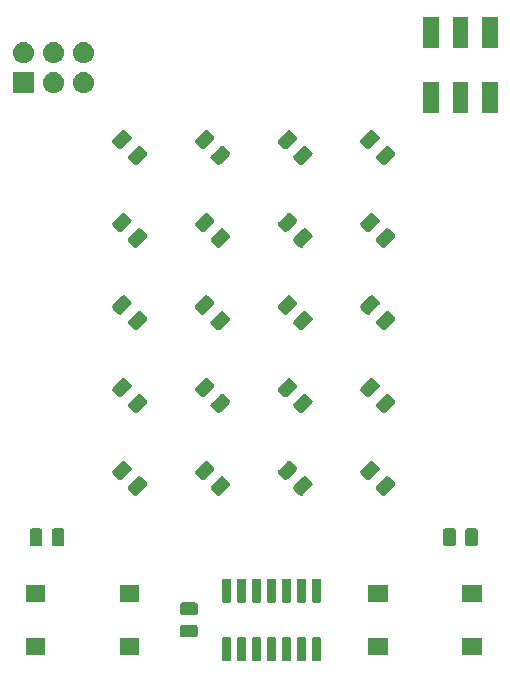
<source format=gts>
G04 #@! TF.GenerationSoftware,KiCad,Pcbnew,5.1.4-e60b266~84~ubuntu19.04.1*
G04 #@! TF.CreationDate,2019-10-10T20:23:52-06:00*
G04 #@! TF.ProjectId,Christmas Card,43687269-7374-46d6-9173-20436172642e,rev?*
G04 #@! TF.SameCoordinates,Original*
G04 #@! TF.FileFunction,Soldermask,Top*
G04 #@! TF.FilePolarity,Negative*
%FSLAX46Y46*%
G04 Gerber Fmt 4.6, Leading zero omitted, Abs format (unit mm)*
G04 Created by KiCad (PCBNEW 5.1.4-e60b266~84~ubuntu19.04.1) date 2019-10-10 20:23:52*
%MOMM*%
%LPD*%
G04 APERTURE LIST*
%ADD10C,0.100000*%
G04 APERTURE END LIST*
D10*
G36*
X120449928Y-107451764D02*
G01*
X120471009Y-107458160D01*
X120490445Y-107468548D01*
X120507476Y-107482524D01*
X120521452Y-107499555D01*
X120531840Y-107518991D01*
X120538236Y-107540072D01*
X120541000Y-107568140D01*
X120541000Y-109381860D01*
X120538236Y-109409928D01*
X120531840Y-109431009D01*
X120521452Y-109450445D01*
X120507476Y-109467476D01*
X120490445Y-109481452D01*
X120471009Y-109491840D01*
X120449928Y-109498236D01*
X120421860Y-109501000D01*
X119958140Y-109501000D01*
X119930072Y-109498236D01*
X119908991Y-109491840D01*
X119889555Y-109481452D01*
X119872524Y-109467476D01*
X119858548Y-109450445D01*
X119848160Y-109431009D01*
X119841764Y-109409928D01*
X119839000Y-109381860D01*
X119839000Y-107568140D01*
X119841764Y-107540072D01*
X119848160Y-107518991D01*
X119858548Y-107499555D01*
X119872524Y-107482524D01*
X119889555Y-107468548D01*
X119908991Y-107458160D01*
X119930072Y-107451764D01*
X119958140Y-107449000D01*
X120421860Y-107449000D01*
X120449928Y-107451764D01*
X120449928Y-107451764D01*
G37*
G36*
X121719928Y-107451764D02*
G01*
X121741009Y-107458160D01*
X121760445Y-107468548D01*
X121777476Y-107482524D01*
X121791452Y-107499555D01*
X121801840Y-107518991D01*
X121808236Y-107540072D01*
X121811000Y-107568140D01*
X121811000Y-109381860D01*
X121808236Y-109409928D01*
X121801840Y-109431009D01*
X121791452Y-109450445D01*
X121777476Y-109467476D01*
X121760445Y-109481452D01*
X121741009Y-109491840D01*
X121719928Y-109498236D01*
X121691860Y-109501000D01*
X121228140Y-109501000D01*
X121200072Y-109498236D01*
X121178991Y-109491840D01*
X121159555Y-109481452D01*
X121142524Y-109467476D01*
X121128548Y-109450445D01*
X121118160Y-109431009D01*
X121111764Y-109409928D01*
X121109000Y-109381860D01*
X121109000Y-107568140D01*
X121111764Y-107540072D01*
X121118160Y-107518991D01*
X121128548Y-107499555D01*
X121142524Y-107482524D01*
X121159555Y-107468548D01*
X121178991Y-107458160D01*
X121200072Y-107451764D01*
X121228140Y-107449000D01*
X121691860Y-107449000D01*
X121719928Y-107451764D01*
X121719928Y-107451764D01*
G37*
G36*
X122989928Y-107451764D02*
G01*
X123011009Y-107458160D01*
X123030445Y-107468548D01*
X123047476Y-107482524D01*
X123061452Y-107499555D01*
X123071840Y-107518991D01*
X123078236Y-107540072D01*
X123081000Y-107568140D01*
X123081000Y-109381860D01*
X123078236Y-109409928D01*
X123071840Y-109431009D01*
X123061452Y-109450445D01*
X123047476Y-109467476D01*
X123030445Y-109481452D01*
X123011009Y-109491840D01*
X122989928Y-109498236D01*
X122961860Y-109501000D01*
X122498140Y-109501000D01*
X122470072Y-109498236D01*
X122448991Y-109491840D01*
X122429555Y-109481452D01*
X122412524Y-109467476D01*
X122398548Y-109450445D01*
X122388160Y-109431009D01*
X122381764Y-109409928D01*
X122379000Y-109381860D01*
X122379000Y-107568140D01*
X122381764Y-107540072D01*
X122388160Y-107518991D01*
X122398548Y-107499555D01*
X122412524Y-107482524D01*
X122429555Y-107468548D01*
X122448991Y-107458160D01*
X122470072Y-107451764D01*
X122498140Y-107449000D01*
X122961860Y-107449000D01*
X122989928Y-107451764D01*
X122989928Y-107451764D01*
G37*
G36*
X124259928Y-107451764D02*
G01*
X124281009Y-107458160D01*
X124300445Y-107468548D01*
X124317476Y-107482524D01*
X124331452Y-107499555D01*
X124341840Y-107518991D01*
X124348236Y-107540072D01*
X124351000Y-107568140D01*
X124351000Y-109381860D01*
X124348236Y-109409928D01*
X124341840Y-109431009D01*
X124331452Y-109450445D01*
X124317476Y-109467476D01*
X124300445Y-109481452D01*
X124281009Y-109491840D01*
X124259928Y-109498236D01*
X124231860Y-109501000D01*
X123768140Y-109501000D01*
X123740072Y-109498236D01*
X123718991Y-109491840D01*
X123699555Y-109481452D01*
X123682524Y-109467476D01*
X123668548Y-109450445D01*
X123658160Y-109431009D01*
X123651764Y-109409928D01*
X123649000Y-109381860D01*
X123649000Y-107568140D01*
X123651764Y-107540072D01*
X123658160Y-107518991D01*
X123668548Y-107499555D01*
X123682524Y-107482524D01*
X123699555Y-107468548D01*
X123718991Y-107458160D01*
X123740072Y-107451764D01*
X123768140Y-107449000D01*
X124231860Y-107449000D01*
X124259928Y-107451764D01*
X124259928Y-107451764D01*
G37*
G36*
X125529928Y-107451764D02*
G01*
X125551009Y-107458160D01*
X125570445Y-107468548D01*
X125587476Y-107482524D01*
X125601452Y-107499555D01*
X125611840Y-107518991D01*
X125618236Y-107540072D01*
X125621000Y-107568140D01*
X125621000Y-109381860D01*
X125618236Y-109409928D01*
X125611840Y-109431009D01*
X125601452Y-109450445D01*
X125587476Y-109467476D01*
X125570445Y-109481452D01*
X125551009Y-109491840D01*
X125529928Y-109498236D01*
X125501860Y-109501000D01*
X125038140Y-109501000D01*
X125010072Y-109498236D01*
X124988991Y-109491840D01*
X124969555Y-109481452D01*
X124952524Y-109467476D01*
X124938548Y-109450445D01*
X124928160Y-109431009D01*
X124921764Y-109409928D01*
X124919000Y-109381860D01*
X124919000Y-107568140D01*
X124921764Y-107540072D01*
X124928160Y-107518991D01*
X124938548Y-107499555D01*
X124952524Y-107482524D01*
X124969555Y-107468548D01*
X124988991Y-107458160D01*
X125010072Y-107451764D01*
X125038140Y-107449000D01*
X125501860Y-107449000D01*
X125529928Y-107451764D01*
X125529928Y-107451764D01*
G37*
G36*
X126799928Y-107451764D02*
G01*
X126821009Y-107458160D01*
X126840445Y-107468548D01*
X126857476Y-107482524D01*
X126871452Y-107499555D01*
X126881840Y-107518991D01*
X126888236Y-107540072D01*
X126891000Y-107568140D01*
X126891000Y-109381860D01*
X126888236Y-109409928D01*
X126881840Y-109431009D01*
X126871452Y-109450445D01*
X126857476Y-109467476D01*
X126840445Y-109481452D01*
X126821009Y-109491840D01*
X126799928Y-109498236D01*
X126771860Y-109501000D01*
X126308140Y-109501000D01*
X126280072Y-109498236D01*
X126258991Y-109491840D01*
X126239555Y-109481452D01*
X126222524Y-109467476D01*
X126208548Y-109450445D01*
X126198160Y-109431009D01*
X126191764Y-109409928D01*
X126189000Y-109381860D01*
X126189000Y-107568140D01*
X126191764Y-107540072D01*
X126198160Y-107518991D01*
X126208548Y-107499555D01*
X126222524Y-107482524D01*
X126239555Y-107468548D01*
X126258991Y-107458160D01*
X126280072Y-107451764D01*
X126308140Y-107449000D01*
X126771860Y-107449000D01*
X126799928Y-107451764D01*
X126799928Y-107451764D01*
G37*
G36*
X128069928Y-107451764D02*
G01*
X128091009Y-107458160D01*
X128110445Y-107468548D01*
X128127476Y-107482524D01*
X128141452Y-107499555D01*
X128151840Y-107518991D01*
X128158236Y-107540072D01*
X128161000Y-107568140D01*
X128161000Y-109381860D01*
X128158236Y-109409928D01*
X128151840Y-109431009D01*
X128141452Y-109450445D01*
X128127476Y-109467476D01*
X128110445Y-109481452D01*
X128091009Y-109491840D01*
X128069928Y-109498236D01*
X128041860Y-109501000D01*
X127578140Y-109501000D01*
X127550072Y-109498236D01*
X127528991Y-109491840D01*
X127509555Y-109481452D01*
X127492524Y-109467476D01*
X127478548Y-109450445D01*
X127468160Y-109431009D01*
X127461764Y-109409928D01*
X127459000Y-109381860D01*
X127459000Y-107568140D01*
X127461764Y-107540072D01*
X127468160Y-107518991D01*
X127478548Y-107499555D01*
X127492524Y-107482524D01*
X127509555Y-107468548D01*
X127528991Y-107458160D01*
X127550072Y-107451764D01*
X127578140Y-107449000D01*
X128041860Y-107449000D01*
X128069928Y-107451764D01*
X128069928Y-107451764D01*
G37*
G36*
X133846000Y-108951000D02*
G01*
X132194000Y-108951000D01*
X132194000Y-107549000D01*
X133846000Y-107549000D01*
X133846000Y-108951000D01*
X133846000Y-108951000D01*
G37*
G36*
X112806000Y-108951000D02*
G01*
X111154000Y-108951000D01*
X111154000Y-107549000D01*
X112806000Y-107549000D01*
X112806000Y-108951000D01*
X112806000Y-108951000D01*
G37*
G36*
X104846000Y-108951000D02*
G01*
X103194000Y-108951000D01*
X103194000Y-107549000D01*
X104846000Y-107549000D01*
X104846000Y-108951000D01*
X104846000Y-108951000D01*
G37*
G36*
X141806000Y-108951000D02*
G01*
X140154000Y-108951000D01*
X140154000Y-107549000D01*
X141806000Y-107549000D01*
X141806000Y-108951000D01*
X141806000Y-108951000D01*
G37*
G36*
X117584468Y-106403565D02*
G01*
X117623138Y-106415296D01*
X117658777Y-106434346D01*
X117690017Y-106459983D01*
X117715654Y-106491223D01*
X117734704Y-106526862D01*
X117746435Y-106565532D01*
X117751000Y-106611888D01*
X117751000Y-107263112D01*
X117746435Y-107309468D01*
X117734704Y-107348138D01*
X117715654Y-107383777D01*
X117690017Y-107415017D01*
X117658777Y-107440654D01*
X117623138Y-107459704D01*
X117584468Y-107471435D01*
X117538112Y-107476000D01*
X116461888Y-107476000D01*
X116415532Y-107471435D01*
X116376862Y-107459704D01*
X116341223Y-107440654D01*
X116309983Y-107415017D01*
X116284346Y-107383777D01*
X116265296Y-107348138D01*
X116253565Y-107309468D01*
X116249000Y-107263112D01*
X116249000Y-106611888D01*
X116253565Y-106565532D01*
X116265296Y-106526862D01*
X116284346Y-106491223D01*
X116309983Y-106459983D01*
X116341223Y-106434346D01*
X116376862Y-106415296D01*
X116415532Y-106403565D01*
X116461888Y-106399000D01*
X117538112Y-106399000D01*
X117584468Y-106403565D01*
X117584468Y-106403565D01*
G37*
G36*
X117584468Y-104528565D02*
G01*
X117623138Y-104540296D01*
X117658777Y-104559346D01*
X117690017Y-104584983D01*
X117715654Y-104616223D01*
X117734704Y-104651862D01*
X117746435Y-104690532D01*
X117751000Y-104736888D01*
X117751000Y-105388112D01*
X117746435Y-105434468D01*
X117734704Y-105473138D01*
X117715654Y-105508777D01*
X117690017Y-105540017D01*
X117658777Y-105565654D01*
X117623138Y-105584704D01*
X117584468Y-105596435D01*
X117538112Y-105601000D01*
X116461888Y-105601000D01*
X116415532Y-105596435D01*
X116376862Y-105584704D01*
X116341223Y-105565654D01*
X116309983Y-105540017D01*
X116284346Y-105508777D01*
X116265296Y-105473138D01*
X116253565Y-105434468D01*
X116249000Y-105388112D01*
X116249000Y-104736888D01*
X116253565Y-104690532D01*
X116265296Y-104651862D01*
X116284346Y-104616223D01*
X116309983Y-104584983D01*
X116341223Y-104559346D01*
X116376862Y-104540296D01*
X116415532Y-104528565D01*
X116461888Y-104524000D01*
X117538112Y-104524000D01*
X117584468Y-104528565D01*
X117584468Y-104528565D01*
G37*
G36*
X122989928Y-102501764D02*
G01*
X123011009Y-102508160D01*
X123030445Y-102518548D01*
X123047476Y-102532524D01*
X123061452Y-102549555D01*
X123071840Y-102568991D01*
X123078236Y-102590072D01*
X123081000Y-102618140D01*
X123081000Y-104431860D01*
X123078236Y-104459928D01*
X123071840Y-104481009D01*
X123061452Y-104500445D01*
X123047476Y-104517476D01*
X123030445Y-104531452D01*
X123011009Y-104541840D01*
X122989928Y-104548236D01*
X122961860Y-104551000D01*
X122498140Y-104551000D01*
X122470072Y-104548236D01*
X122448991Y-104541840D01*
X122429555Y-104531452D01*
X122412524Y-104517476D01*
X122398548Y-104500445D01*
X122388160Y-104481009D01*
X122381764Y-104459928D01*
X122379000Y-104431860D01*
X122379000Y-102618140D01*
X122381764Y-102590072D01*
X122388160Y-102568991D01*
X122398548Y-102549555D01*
X122412524Y-102532524D01*
X122429555Y-102518548D01*
X122448991Y-102508160D01*
X122470072Y-102501764D01*
X122498140Y-102499000D01*
X122961860Y-102499000D01*
X122989928Y-102501764D01*
X122989928Y-102501764D01*
G37*
G36*
X120449928Y-102501764D02*
G01*
X120471009Y-102508160D01*
X120490445Y-102518548D01*
X120507476Y-102532524D01*
X120521452Y-102549555D01*
X120531840Y-102568991D01*
X120538236Y-102590072D01*
X120541000Y-102618140D01*
X120541000Y-104431860D01*
X120538236Y-104459928D01*
X120531840Y-104481009D01*
X120521452Y-104500445D01*
X120507476Y-104517476D01*
X120490445Y-104531452D01*
X120471009Y-104541840D01*
X120449928Y-104548236D01*
X120421860Y-104551000D01*
X119958140Y-104551000D01*
X119930072Y-104548236D01*
X119908991Y-104541840D01*
X119889555Y-104531452D01*
X119872524Y-104517476D01*
X119858548Y-104500445D01*
X119848160Y-104481009D01*
X119841764Y-104459928D01*
X119839000Y-104431860D01*
X119839000Y-102618140D01*
X119841764Y-102590072D01*
X119848160Y-102568991D01*
X119858548Y-102549555D01*
X119872524Y-102532524D01*
X119889555Y-102518548D01*
X119908991Y-102508160D01*
X119930072Y-102501764D01*
X119958140Y-102499000D01*
X120421860Y-102499000D01*
X120449928Y-102501764D01*
X120449928Y-102501764D01*
G37*
G36*
X121719928Y-102501764D02*
G01*
X121741009Y-102508160D01*
X121760445Y-102518548D01*
X121777476Y-102532524D01*
X121791452Y-102549555D01*
X121801840Y-102568991D01*
X121808236Y-102590072D01*
X121811000Y-102618140D01*
X121811000Y-104431860D01*
X121808236Y-104459928D01*
X121801840Y-104481009D01*
X121791452Y-104500445D01*
X121777476Y-104517476D01*
X121760445Y-104531452D01*
X121741009Y-104541840D01*
X121719928Y-104548236D01*
X121691860Y-104551000D01*
X121228140Y-104551000D01*
X121200072Y-104548236D01*
X121178991Y-104541840D01*
X121159555Y-104531452D01*
X121142524Y-104517476D01*
X121128548Y-104500445D01*
X121118160Y-104481009D01*
X121111764Y-104459928D01*
X121109000Y-104431860D01*
X121109000Y-102618140D01*
X121111764Y-102590072D01*
X121118160Y-102568991D01*
X121128548Y-102549555D01*
X121142524Y-102532524D01*
X121159555Y-102518548D01*
X121178991Y-102508160D01*
X121200072Y-102501764D01*
X121228140Y-102499000D01*
X121691860Y-102499000D01*
X121719928Y-102501764D01*
X121719928Y-102501764D01*
G37*
G36*
X124259928Y-102501764D02*
G01*
X124281009Y-102508160D01*
X124300445Y-102518548D01*
X124317476Y-102532524D01*
X124331452Y-102549555D01*
X124341840Y-102568991D01*
X124348236Y-102590072D01*
X124351000Y-102618140D01*
X124351000Y-104431860D01*
X124348236Y-104459928D01*
X124341840Y-104481009D01*
X124331452Y-104500445D01*
X124317476Y-104517476D01*
X124300445Y-104531452D01*
X124281009Y-104541840D01*
X124259928Y-104548236D01*
X124231860Y-104551000D01*
X123768140Y-104551000D01*
X123740072Y-104548236D01*
X123718991Y-104541840D01*
X123699555Y-104531452D01*
X123682524Y-104517476D01*
X123668548Y-104500445D01*
X123658160Y-104481009D01*
X123651764Y-104459928D01*
X123649000Y-104431860D01*
X123649000Y-102618140D01*
X123651764Y-102590072D01*
X123658160Y-102568991D01*
X123668548Y-102549555D01*
X123682524Y-102532524D01*
X123699555Y-102518548D01*
X123718991Y-102508160D01*
X123740072Y-102501764D01*
X123768140Y-102499000D01*
X124231860Y-102499000D01*
X124259928Y-102501764D01*
X124259928Y-102501764D01*
G37*
G36*
X125529928Y-102501764D02*
G01*
X125551009Y-102508160D01*
X125570445Y-102518548D01*
X125587476Y-102532524D01*
X125601452Y-102549555D01*
X125611840Y-102568991D01*
X125618236Y-102590072D01*
X125621000Y-102618140D01*
X125621000Y-104431860D01*
X125618236Y-104459928D01*
X125611840Y-104481009D01*
X125601452Y-104500445D01*
X125587476Y-104517476D01*
X125570445Y-104531452D01*
X125551009Y-104541840D01*
X125529928Y-104548236D01*
X125501860Y-104551000D01*
X125038140Y-104551000D01*
X125010072Y-104548236D01*
X124988991Y-104541840D01*
X124969555Y-104531452D01*
X124952524Y-104517476D01*
X124938548Y-104500445D01*
X124928160Y-104481009D01*
X124921764Y-104459928D01*
X124919000Y-104431860D01*
X124919000Y-102618140D01*
X124921764Y-102590072D01*
X124928160Y-102568991D01*
X124938548Y-102549555D01*
X124952524Y-102532524D01*
X124969555Y-102518548D01*
X124988991Y-102508160D01*
X125010072Y-102501764D01*
X125038140Y-102499000D01*
X125501860Y-102499000D01*
X125529928Y-102501764D01*
X125529928Y-102501764D01*
G37*
G36*
X126799928Y-102501764D02*
G01*
X126821009Y-102508160D01*
X126840445Y-102518548D01*
X126857476Y-102532524D01*
X126871452Y-102549555D01*
X126881840Y-102568991D01*
X126888236Y-102590072D01*
X126891000Y-102618140D01*
X126891000Y-104431860D01*
X126888236Y-104459928D01*
X126881840Y-104481009D01*
X126871452Y-104500445D01*
X126857476Y-104517476D01*
X126840445Y-104531452D01*
X126821009Y-104541840D01*
X126799928Y-104548236D01*
X126771860Y-104551000D01*
X126308140Y-104551000D01*
X126280072Y-104548236D01*
X126258991Y-104541840D01*
X126239555Y-104531452D01*
X126222524Y-104517476D01*
X126208548Y-104500445D01*
X126198160Y-104481009D01*
X126191764Y-104459928D01*
X126189000Y-104431860D01*
X126189000Y-102618140D01*
X126191764Y-102590072D01*
X126198160Y-102568991D01*
X126208548Y-102549555D01*
X126222524Y-102532524D01*
X126239555Y-102518548D01*
X126258991Y-102508160D01*
X126280072Y-102501764D01*
X126308140Y-102499000D01*
X126771860Y-102499000D01*
X126799928Y-102501764D01*
X126799928Y-102501764D01*
G37*
G36*
X128069928Y-102501764D02*
G01*
X128091009Y-102508160D01*
X128110445Y-102518548D01*
X128127476Y-102532524D01*
X128141452Y-102549555D01*
X128151840Y-102568991D01*
X128158236Y-102590072D01*
X128161000Y-102618140D01*
X128161000Y-104431860D01*
X128158236Y-104459928D01*
X128151840Y-104481009D01*
X128141452Y-104500445D01*
X128127476Y-104517476D01*
X128110445Y-104531452D01*
X128091009Y-104541840D01*
X128069928Y-104548236D01*
X128041860Y-104551000D01*
X127578140Y-104551000D01*
X127550072Y-104548236D01*
X127528991Y-104541840D01*
X127509555Y-104531452D01*
X127492524Y-104517476D01*
X127478548Y-104500445D01*
X127468160Y-104481009D01*
X127461764Y-104459928D01*
X127459000Y-104431860D01*
X127459000Y-102618140D01*
X127461764Y-102590072D01*
X127468160Y-102568991D01*
X127478548Y-102549555D01*
X127492524Y-102532524D01*
X127509555Y-102518548D01*
X127528991Y-102508160D01*
X127550072Y-102501764D01*
X127578140Y-102499000D01*
X128041860Y-102499000D01*
X128069928Y-102501764D01*
X128069928Y-102501764D01*
G37*
G36*
X133846000Y-104451000D02*
G01*
X132194000Y-104451000D01*
X132194000Y-103049000D01*
X133846000Y-103049000D01*
X133846000Y-104451000D01*
X133846000Y-104451000D01*
G37*
G36*
X104846000Y-104451000D02*
G01*
X103194000Y-104451000D01*
X103194000Y-103049000D01*
X104846000Y-103049000D01*
X104846000Y-104451000D01*
X104846000Y-104451000D01*
G37*
G36*
X141806000Y-104451000D02*
G01*
X140154000Y-104451000D01*
X140154000Y-103049000D01*
X141806000Y-103049000D01*
X141806000Y-104451000D01*
X141806000Y-104451000D01*
G37*
G36*
X112806000Y-104451000D02*
G01*
X111154000Y-104451000D01*
X111154000Y-103049000D01*
X112806000Y-103049000D01*
X112806000Y-104451000D01*
X112806000Y-104451000D01*
G37*
G36*
X106309468Y-98253565D02*
G01*
X106348138Y-98265296D01*
X106383777Y-98284346D01*
X106415017Y-98309983D01*
X106440654Y-98341223D01*
X106459704Y-98376862D01*
X106471435Y-98415532D01*
X106476000Y-98461888D01*
X106476000Y-99538112D01*
X106471435Y-99584468D01*
X106459704Y-99623138D01*
X106440654Y-99658777D01*
X106415017Y-99690017D01*
X106383777Y-99715654D01*
X106348138Y-99734704D01*
X106309468Y-99746435D01*
X106263112Y-99751000D01*
X105611888Y-99751000D01*
X105565532Y-99746435D01*
X105526862Y-99734704D01*
X105491223Y-99715654D01*
X105459983Y-99690017D01*
X105434346Y-99658777D01*
X105415296Y-99623138D01*
X105403565Y-99584468D01*
X105399000Y-99538112D01*
X105399000Y-98461888D01*
X105403565Y-98415532D01*
X105415296Y-98376862D01*
X105434346Y-98341223D01*
X105459983Y-98309983D01*
X105491223Y-98284346D01*
X105526862Y-98265296D01*
X105565532Y-98253565D01*
X105611888Y-98249000D01*
X106263112Y-98249000D01*
X106309468Y-98253565D01*
X106309468Y-98253565D01*
G37*
G36*
X139434468Y-98253565D02*
G01*
X139473138Y-98265296D01*
X139508777Y-98284346D01*
X139540017Y-98309983D01*
X139565654Y-98341223D01*
X139584704Y-98376862D01*
X139596435Y-98415532D01*
X139601000Y-98461888D01*
X139601000Y-99538112D01*
X139596435Y-99584468D01*
X139584704Y-99623138D01*
X139565654Y-99658777D01*
X139540017Y-99690017D01*
X139508777Y-99715654D01*
X139473138Y-99734704D01*
X139434468Y-99746435D01*
X139388112Y-99751000D01*
X138736888Y-99751000D01*
X138690532Y-99746435D01*
X138651862Y-99734704D01*
X138616223Y-99715654D01*
X138584983Y-99690017D01*
X138559346Y-99658777D01*
X138540296Y-99623138D01*
X138528565Y-99584468D01*
X138524000Y-99538112D01*
X138524000Y-98461888D01*
X138528565Y-98415532D01*
X138540296Y-98376862D01*
X138559346Y-98341223D01*
X138584983Y-98309983D01*
X138616223Y-98284346D01*
X138651862Y-98265296D01*
X138690532Y-98253565D01*
X138736888Y-98249000D01*
X139388112Y-98249000D01*
X139434468Y-98253565D01*
X139434468Y-98253565D01*
G37*
G36*
X141309468Y-98253565D02*
G01*
X141348138Y-98265296D01*
X141383777Y-98284346D01*
X141415017Y-98309983D01*
X141440654Y-98341223D01*
X141459704Y-98376862D01*
X141471435Y-98415532D01*
X141476000Y-98461888D01*
X141476000Y-99538112D01*
X141471435Y-99584468D01*
X141459704Y-99623138D01*
X141440654Y-99658777D01*
X141415017Y-99690017D01*
X141383777Y-99715654D01*
X141348138Y-99734704D01*
X141309468Y-99746435D01*
X141263112Y-99751000D01*
X140611888Y-99751000D01*
X140565532Y-99746435D01*
X140526862Y-99734704D01*
X140491223Y-99715654D01*
X140459983Y-99690017D01*
X140434346Y-99658777D01*
X140415296Y-99623138D01*
X140403565Y-99584468D01*
X140399000Y-99538112D01*
X140399000Y-98461888D01*
X140403565Y-98415532D01*
X140415296Y-98376862D01*
X140434346Y-98341223D01*
X140459983Y-98309983D01*
X140491223Y-98284346D01*
X140526862Y-98265296D01*
X140565532Y-98253565D01*
X140611888Y-98249000D01*
X141263112Y-98249000D01*
X141309468Y-98253565D01*
X141309468Y-98253565D01*
G37*
G36*
X104434468Y-98253565D02*
G01*
X104473138Y-98265296D01*
X104508777Y-98284346D01*
X104540017Y-98309983D01*
X104565654Y-98341223D01*
X104584704Y-98376862D01*
X104596435Y-98415532D01*
X104601000Y-98461888D01*
X104601000Y-99538112D01*
X104596435Y-99584468D01*
X104584704Y-99623138D01*
X104565654Y-99658777D01*
X104540017Y-99690017D01*
X104508777Y-99715654D01*
X104473138Y-99734704D01*
X104434468Y-99746435D01*
X104388112Y-99751000D01*
X103736888Y-99751000D01*
X103690532Y-99746435D01*
X103651862Y-99734704D01*
X103616223Y-99715654D01*
X103584983Y-99690017D01*
X103559346Y-99658777D01*
X103540296Y-99623138D01*
X103528565Y-99584468D01*
X103524000Y-99538112D01*
X103524000Y-98461888D01*
X103528565Y-98415532D01*
X103540296Y-98376862D01*
X103559346Y-98341223D01*
X103584983Y-98309983D01*
X103616223Y-98284346D01*
X103651862Y-98265296D01*
X103690532Y-98253565D01*
X103736888Y-98249000D01*
X104388112Y-98249000D01*
X104434468Y-98253565D01*
X104434468Y-98253565D01*
G37*
G36*
X112853391Y-93841302D02*
G01*
X112892061Y-93853033D01*
X112927700Y-93872083D01*
X112963706Y-93901632D01*
X113003556Y-93941482D01*
X113003562Y-93941487D01*
X113384339Y-94322264D01*
X113384344Y-94322270D01*
X113424194Y-94362120D01*
X113453743Y-94398126D01*
X113472793Y-94433765D01*
X113484524Y-94472435D01*
X113488484Y-94512653D01*
X113484524Y-94552871D01*
X113472793Y-94591541D01*
X113453743Y-94627180D01*
X113424194Y-94663186D01*
X113384344Y-94703036D01*
X113384339Y-94703042D01*
X112703042Y-95384339D01*
X112703036Y-95384344D01*
X112663186Y-95424194D01*
X112627180Y-95453743D01*
X112591541Y-95472793D01*
X112552871Y-95484524D01*
X112512653Y-95488484D01*
X112472435Y-95484524D01*
X112433765Y-95472793D01*
X112398126Y-95453743D01*
X112362120Y-95424194D01*
X112322270Y-95384344D01*
X112322264Y-95384339D01*
X111941487Y-95003562D01*
X111941482Y-95003556D01*
X111901632Y-94963706D01*
X111872083Y-94927700D01*
X111853033Y-94892061D01*
X111841302Y-94853391D01*
X111837342Y-94813173D01*
X111841302Y-94772955D01*
X111853033Y-94734285D01*
X111872083Y-94698646D01*
X111901632Y-94662640D01*
X111941482Y-94622790D01*
X111941487Y-94622784D01*
X112622784Y-93941487D01*
X112622790Y-93941482D01*
X112662640Y-93901632D01*
X112698646Y-93872083D01*
X112734285Y-93853033D01*
X112772955Y-93841302D01*
X112813173Y-93837342D01*
X112853391Y-93841302D01*
X112853391Y-93841302D01*
G37*
G36*
X119853391Y-93841302D02*
G01*
X119892061Y-93853033D01*
X119927700Y-93872083D01*
X119963706Y-93901632D01*
X120003556Y-93941482D01*
X120003562Y-93941487D01*
X120384339Y-94322264D01*
X120384344Y-94322270D01*
X120424194Y-94362120D01*
X120453743Y-94398126D01*
X120472793Y-94433765D01*
X120484524Y-94472435D01*
X120488484Y-94512653D01*
X120484524Y-94552871D01*
X120472793Y-94591541D01*
X120453743Y-94627180D01*
X120424194Y-94663186D01*
X120384344Y-94703036D01*
X120384339Y-94703042D01*
X119703042Y-95384339D01*
X119703036Y-95384344D01*
X119663186Y-95424194D01*
X119627180Y-95453743D01*
X119591541Y-95472793D01*
X119552871Y-95484524D01*
X119512653Y-95488484D01*
X119472435Y-95484524D01*
X119433765Y-95472793D01*
X119398126Y-95453743D01*
X119362120Y-95424194D01*
X119322270Y-95384344D01*
X119322264Y-95384339D01*
X118941487Y-95003562D01*
X118941482Y-95003556D01*
X118901632Y-94963706D01*
X118872083Y-94927700D01*
X118853033Y-94892061D01*
X118841302Y-94853391D01*
X118837342Y-94813173D01*
X118841302Y-94772955D01*
X118853033Y-94734285D01*
X118872083Y-94698646D01*
X118901632Y-94662640D01*
X118941482Y-94622790D01*
X118941487Y-94622784D01*
X119622784Y-93941487D01*
X119622790Y-93941482D01*
X119662640Y-93901632D01*
X119698646Y-93872083D01*
X119734285Y-93853033D01*
X119772955Y-93841302D01*
X119813173Y-93837342D01*
X119853391Y-93841302D01*
X119853391Y-93841302D01*
G37*
G36*
X126853391Y-93841302D02*
G01*
X126892061Y-93853033D01*
X126927700Y-93872083D01*
X126963706Y-93901632D01*
X127003556Y-93941482D01*
X127003562Y-93941487D01*
X127384339Y-94322264D01*
X127384344Y-94322270D01*
X127424194Y-94362120D01*
X127453743Y-94398126D01*
X127472793Y-94433765D01*
X127484524Y-94472435D01*
X127488484Y-94512653D01*
X127484524Y-94552871D01*
X127472793Y-94591541D01*
X127453743Y-94627180D01*
X127424194Y-94663186D01*
X127384344Y-94703036D01*
X127384339Y-94703042D01*
X126703042Y-95384339D01*
X126703036Y-95384344D01*
X126663186Y-95424194D01*
X126627180Y-95453743D01*
X126591541Y-95472793D01*
X126552871Y-95484524D01*
X126512653Y-95488484D01*
X126472435Y-95484524D01*
X126433765Y-95472793D01*
X126398126Y-95453743D01*
X126362120Y-95424194D01*
X126322270Y-95384344D01*
X126322264Y-95384339D01*
X125941487Y-95003562D01*
X125941482Y-95003556D01*
X125901632Y-94963706D01*
X125872083Y-94927700D01*
X125853033Y-94892061D01*
X125841302Y-94853391D01*
X125837342Y-94813173D01*
X125841302Y-94772955D01*
X125853033Y-94734285D01*
X125872083Y-94698646D01*
X125901632Y-94662640D01*
X125941482Y-94622790D01*
X125941487Y-94622784D01*
X126622784Y-93941487D01*
X126622790Y-93941482D01*
X126662640Y-93901632D01*
X126698646Y-93872083D01*
X126734285Y-93853033D01*
X126772955Y-93841302D01*
X126813173Y-93837342D01*
X126853391Y-93841302D01*
X126853391Y-93841302D01*
G37*
G36*
X133853391Y-93841302D02*
G01*
X133892061Y-93853033D01*
X133927700Y-93872083D01*
X133963706Y-93901632D01*
X134003556Y-93941482D01*
X134003562Y-93941487D01*
X134384339Y-94322264D01*
X134384344Y-94322270D01*
X134424194Y-94362120D01*
X134453743Y-94398126D01*
X134472793Y-94433765D01*
X134484524Y-94472435D01*
X134488484Y-94512653D01*
X134484524Y-94552871D01*
X134472793Y-94591541D01*
X134453743Y-94627180D01*
X134424194Y-94663186D01*
X134384344Y-94703036D01*
X134384339Y-94703042D01*
X133703042Y-95384339D01*
X133703036Y-95384344D01*
X133663186Y-95424194D01*
X133627180Y-95453743D01*
X133591541Y-95472793D01*
X133552871Y-95484524D01*
X133512653Y-95488484D01*
X133472435Y-95484524D01*
X133433765Y-95472793D01*
X133398126Y-95453743D01*
X133362120Y-95424194D01*
X133322270Y-95384344D01*
X133322264Y-95384339D01*
X132941487Y-95003562D01*
X132941482Y-95003556D01*
X132901632Y-94963706D01*
X132872083Y-94927700D01*
X132853033Y-94892061D01*
X132841302Y-94853391D01*
X132837342Y-94813173D01*
X132841302Y-94772955D01*
X132853033Y-94734285D01*
X132872083Y-94698646D01*
X132901632Y-94662640D01*
X132941482Y-94622790D01*
X132941487Y-94622784D01*
X133622784Y-93941487D01*
X133622790Y-93941482D01*
X133662640Y-93901632D01*
X133698646Y-93872083D01*
X133734285Y-93853033D01*
X133772955Y-93841302D01*
X133813173Y-93837342D01*
X133853391Y-93841302D01*
X133853391Y-93841302D01*
G37*
G36*
X118527565Y-92515476D02*
G01*
X118566235Y-92527207D01*
X118601874Y-92546257D01*
X118637880Y-92575806D01*
X118677730Y-92615656D01*
X118677736Y-92615661D01*
X119058513Y-92996438D01*
X119058518Y-92996444D01*
X119098368Y-93036294D01*
X119127917Y-93072300D01*
X119146967Y-93107939D01*
X119158698Y-93146609D01*
X119162658Y-93186827D01*
X119158698Y-93227045D01*
X119146967Y-93265715D01*
X119127917Y-93301354D01*
X119098368Y-93337360D01*
X119058518Y-93377210D01*
X119058513Y-93377216D01*
X118377216Y-94058513D01*
X118377210Y-94058518D01*
X118337360Y-94098368D01*
X118301354Y-94127917D01*
X118265715Y-94146967D01*
X118227045Y-94158698D01*
X118186827Y-94162658D01*
X118146609Y-94158698D01*
X118107939Y-94146967D01*
X118072300Y-94127917D01*
X118036294Y-94098368D01*
X117996444Y-94058518D01*
X117996438Y-94058513D01*
X117615661Y-93677736D01*
X117615656Y-93677730D01*
X117575806Y-93637880D01*
X117546257Y-93601874D01*
X117527207Y-93566235D01*
X117515476Y-93527565D01*
X117511516Y-93487347D01*
X117515476Y-93447129D01*
X117527207Y-93408459D01*
X117546257Y-93372820D01*
X117575806Y-93336814D01*
X117615656Y-93296964D01*
X117615661Y-93296958D01*
X118296958Y-92615661D01*
X118296964Y-92615656D01*
X118336814Y-92575806D01*
X118372820Y-92546257D01*
X118408459Y-92527207D01*
X118447129Y-92515476D01*
X118487347Y-92511516D01*
X118527565Y-92515476D01*
X118527565Y-92515476D01*
G37*
G36*
X111527565Y-92515476D02*
G01*
X111566235Y-92527207D01*
X111601874Y-92546257D01*
X111637880Y-92575806D01*
X111677730Y-92615656D01*
X111677736Y-92615661D01*
X112058513Y-92996438D01*
X112058518Y-92996444D01*
X112098368Y-93036294D01*
X112127917Y-93072300D01*
X112146967Y-93107939D01*
X112158698Y-93146609D01*
X112162658Y-93186827D01*
X112158698Y-93227045D01*
X112146967Y-93265715D01*
X112127917Y-93301354D01*
X112098368Y-93337360D01*
X112058518Y-93377210D01*
X112058513Y-93377216D01*
X111377216Y-94058513D01*
X111377210Y-94058518D01*
X111337360Y-94098368D01*
X111301354Y-94127917D01*
X111265715Y-94146967D01*
X111227045Y-94158698D01*
X111186827Y-94162658D01*
X111146609Y-94158698D01*
X111107939Y-94146967D01*
X111072300Y-94127917D01*
X111036294Y-94098368D01*
X110996444Y-94058518D01*
X110996438Y-94058513D01*
X110615661Y-93677736D01*
X110615656Y-93677730D01*
X110575806Y-93637880D01*
X110546257Y-93601874D01*
X110527207Y-93566235D01*
X110515476Y-93527565D01*
X110511516Y-93487347D01*
X110515476Y-93447129D01*
X110527207Y-93408459D01*
X110546257Y-93372820D01*
X110575806Y-93336814D01*
X110615656Y-93296964D01*
X110615661Y-93296958D01*
X111296958Y-92615661D01*
X111296964Y-92615656D01*
X111336814Y-92575806D01*
X111372820Y-92546257D01*
X111408459Y-92527207D01*
X111447129Y-92515476D01*
X111487347Y-92511516D01*
X111527565Y-92515476D01*
X111527565Y-92515476D01*
G37*
G36*
X125527565Y-92515476D02*
G01*
X125566235Y-92527207D01*
X125601874Y-92546257D01*
X125637880Y-92575806D01*
X125677730Y-92615656D01*
X125677736Y-92615661D01*
X126058513Y-92996438D01*
X126058518Y-92996444D01*
X126098368Y-93036294D01*
X126127917Y-93072300D01*
X126146967Y-93107939D01*
X126158698Y-93146609D01*
X126162658Y-93186827D01*
X126158698Y-93227045D01*
X126146967Y-93265715D01*
X126127917Y-93301354D01*
X126098368Y-93337360D01*
X126058518Y-93377210D01*
X126058513Y-93377216D01*
X125377216Y-94058513D01*
X125377210Y-94058518D01*
X125337360Y-94098368D01*
X125301354Y-94127917D01*
X125265715Y-94146967D01*
X125227045Y-94158698D01*
X125186827Y-94162658D01*
X125146609Y-94158698D01*
X125107939Y-94146967D01*
X125072300Y-94127917D01*
X125036294Y-94098368D01*
X124996444Y-94058518D01*
X124996438Y-94058513D01*
X124615661Y-93677736D01*
X124615656Y-93677730D01*
X124575806Y-93637880D01*
X124546257Y-93601874D01*
X124527207Y-93566235D01*
X124515476Y-93527565D01*
X124511516Y-93487347D01*
X124515476Y-93447129D01*
X124527207Y-93408459D01*
X124546257Y-93372820D01*
X124575806Y-93336814D01*
X124615656Y-93296964D01*
X124615661Y-93296958D01*
X125296958Y-92615661D01*
X125296964Y-92615656D01*
X125336814Y-92575806D01*
X125372820Y-92546257D01*
X125408459Y-92527207D01*
X125447129Y-92515476D01*
X125487347Y-92511516D01*
X125527565Y-92515476D01*
X125527565Y-92515476D01*
G37*
G36*
X132527565Y-92515476D02*
G01*
X132566235Y-92527207D01*
X132601874Y-92546257D01*
X132637880Y-92575806D01*
X132677730Y-92615656D01*
X132677736Y-92615661D01*
X133058513Y-92996438D01*
X133058518Y-92996444D01*
X133098368Y-93036294D01*
X133127917Y-93072300D01*
X133146967Y-93107939D01*
X133158698Y-93146609D01*
X133162658Y-93186827D01*
X133158698Y-93227045D01*
X133146967Y-93265715D01*
X133127917Y-93301354D01*
X133098368Y-93337360D01*
X133058518Y-93377210D01*
X133058513Y-93377216D01*
X132377216Y-94058513D01*
X132377210Y-94058518D01*
X132337360Y-94098368D01*
X132301354Y-94127917D01*
X132265715Y-94146967D01*
X132227045Y-94158698D01*
X132186827Y-94162658D01*
X132146609Y-94158698D01*
X132107939Y-94146967D01*
X132072300Y-94127917D01*
X132036294Y-94098368D01*
X131996444Y-94058518D01*
X131996438Y-94058513D01*
X131615661Y-93677736D01*
X131615656Y-93677730D01*
X131575806Y-93637880D01*
X131546257Y-93601874D01*
X131527207Y-93566235D01*
X131515476Y-93527565D01*
X131511516Y-93487347D01*
X131515476Y-93447129D01*
X131527207Y-93408459D01*
X131546257Y-93372820D01*
X131575806Y-93336814D01*
X131615656Y-93296964D01*
X131615661Y-93296958D01*
X132296958Y-92615661D01*
X132296964Y-92615656D01*
X132336814Y-92575806D01*
X132372820Y-92546257D01*
X132408459Y-92527207D01*
X132447129Y-92515476D01*
X132487347Y-92511516D01*
X132527565Y-92515476D01*
X132527565Y-92515476D01*
G37*
G36*
X112853391Y-86841302D02*
G01*
X112892061Y-86853033D01*
X112927700Y-86872083D01*
X112963706Y-86901632D01*
X113003556Y-86941482D01*
X113003562Y-86941487D01*
X113384339Y-87322264D01*
X113384344Y-87322270D01*
X113424194Y-87362120D01*
X113453743Y-87398126D01*
X113472793Y-87433765D01*
X113484524Y-87472435D01*
X113488484Y-87512653D01*
X113484524Y-87552871D01*
X113472793Y-87591541D01*
X113453743Y-87627180D01*
X113424194Y-87663186D01*
X113384344Y-87703036D01*
X113384339Y-87703042D01*
X112703042Y-88384339D01*
X112703036Y-88384344D01*
X112663186Y-88424194D01*
X112627180Y-88453743D01*
X112591541Y-88472793D01*
X112552871Y-88484524D01*
X112512653Y-88488484D01*
X112472435Y-88484524D01*
X112433765Y-88472793D01*
X112398126Y-88453743D01*
X112362120Y-88424194D01*
X112322270Y-88384344D01*
X112322264Y-88384339D01*
X111941487Y-88003562D01*
X111941482Y-88003556D01*
X111901632Y-87963706D01*
X111872083Y-87927700D01*
X111853033Y-87892061D01*
X111841302Y-87853391D01*
X111837342Y-87813173D01*
X111841302Y-87772955D01*
X111853033Y-87734285D01*
X111872083Y-87698646D01*
X111901632Y-87662640D01*
X111941482Y-87622790D01*
X111941487Y-87622784D01*
X112622784Y-86941487D01*
X112622790Y-86941482D01*
X112662640Y-86901632D01*
X112698646Y-86872083D01*
X112734285Y-86853033D01*
X112772955Y-86841302D01*
X112813173Y-86837342D01*
X112853391Y-86841302D01*
X112853391Y-86841302D01*
G37*
G36*
X133853391Y-86841302D02*
G01*
X133892061Y-86853033D01*
X133927700Y-86872083D01*
X133963706Y-86901632D01*
X134003556Y-86941482D01*
X134003562Y-86941487D01*
X134384339Y-87322264D01*
X134384344Y-87322270D01*
X134424194Y-87362120D01*
X134453743Y-87398126D01*
X134472793Y-87433765D01*
X134484524Y-87472435D01*
X134488484Y-87512653D01*
X134484524Y-87552871D01*
X134472793Y-87591541D01*
X134453743Y-87627180D01*
X134424194Y-87663186D01*
X134384344Y-87703036D01*
X134384339Y-87703042D01*
X133703042Y-88384339D01*
X133703036Y-88384344D01*
X133663186Y-88424194D01*
X133627180Y-88453743D01*
X133591541Y-88472793D01*
X133552871Y-88484524D01*
X133512653Y-88488484D01*
X133472435Y-88484524D01*
X133433765Y-88472793D01*
X133398126Y-88453743D01*
X133362120Y-88424194D01*
X133322270Y-88384344D01*
X133322264Y-88384339D01*
X132941487Y-88003562D01*
X132941482Y-88003556D01*
X132901632Y-87963706D01*
X132872083Y-87927700D01*
X132853033Y-87892061D01*
X132841302Y-87853391D01*
X132837342Y-87813173D01*
X132841302Y-87772955D01*
X132853033Y-87734285D01*
X132872083Y-87698646D01*
X132901632Y-87662640D01*
X132941482Y-87622790D01*
X132941487Y-87622784D01*
X133622784Y-86941487D01*
X133622790Y-86941482D01*
X133662640Y-86901632D01*
X133698646Y-86872083D01*
X133734285Y-86853033D01*
X133772955Y-86841302D01*
X133813173Y-86837342D01*
X133853391Y-86841302D01*
X133853391Y-86841302D01*
G37*
G36*
X126853391Y-86841302D02*
G01*
X126892061Y-86853033D01*
X126927700Y-86872083D01*
X126963706Y-86901632D01*
X127003556Y-86941482D01*
X127003562Y-86941487D01*
X127384339Y-87322264D01*
X127384344Y-87322270D01*
X127424194Y-87362120D01*
X127453743Y-87398126D01*
X127472793Y-87433765D01*
X127484524Y-87472435D01*
X127488484Y-87512653D01*
X127484524Y-87552871D01*
X127472793Y-87591541D01*
X127453743Y-87627180D01*
X127424194Y-87663186D01*
X127384344Y-87703036D01*
X127384339Y-87703042D01*
X126703042Y-88384339D01*
X126703036Y-88384344D01*
X126663186Y-88424194D01*
X126627180Y-88453743D01*
X126591541Y-88472793D01*
X126552871Y-88484524D01*
X126512653Y-88488484D01*
X126472435Y-88484524D01*
X126433765Y-88472793D01*
X126398126Y-88453743D01*
X126362120Y-88424194D01*
X126322270Y-88384344D01*
X126322264Y-88384339D01*
X125941487Y-88003562D01*
X125941482Y-88003556D01*
X125901632Y-87963706D01*
X125872083Y-87927700D01*
X125853033Y-87892061D01*
X125841302Y-87853391D01*
X125837342Y-87813173D01*
X125841302Y-87772955D01*
X125853033Y-87734285D01*
X125872083Y-87698646D01*
X125901632Y-87662640D01*
X125941482Y-87622790D01*
X125941487Y-87622784D01*
X126622784Y-86941487D01*
X126622790Y-86941482D01*
X126662640Y-86901632D01*
X126698646Y-86872083D01*
X126734285Y-86853033D01*
X126772955Y-86841302D01*
X126813173Y-86837342D01*
X126853391Y-86841302D01*
X126853391Y-86841302D01*
G37*
G36*
X119853391Y-86841302D02*
G01*
X119892061Y-86853033D01*
X119927700Y-86872083D01*
X119963706Y-86901632D01*
X120003556Y-86941482D01*
X120003562Y-86941487D01*
X120384339Y-87322264D01*
X120384344Y-87322270D01*
X120424194Y-87362120D01*
X120453743Y-87398126D01*
X120472793Y-87433765D01*
X120484524Y-87472435D01*
X120488484Y-87512653D01*
X120484524Y-87552871D01*
X120472793Y-87591541D01*
X120453743Y-87627180D01*
X120424194Y-87663186D01*
X120384344Y-87703036D01*
X120384339Y-87703042D01*
X119703042Y-88384339D01*
X119703036Y-88384344D01*
X119663186Y-88424194D01*
X119627180Y-88453743D01*
X119591541Y-88472793D01*
X119552871Y-88484524D01*
X119512653Y-88488484D01*
X119472435Y-88484524D01*
X119433765Y-88472793D01*
X119398126Y-88453743D01*
X119362120Y-88424194D01*
X119322270Y-88384344D01*
X119322264Y-88384339D01*
X118941487Y-88003562D01*
X118941482Y-88003556D01*
X118901632Y-87963706D01*
X118872083Y-87927700D01*
X118853033Y-87892061D01*
X118841302Y-87853391D01*
X118837342Y-87813173D01*
X118841302Y-87772955D01*
X118853033Y-87734285D01*
X118872083Y-87698646D01*
X118901632Y-87662640D01*
X118941482Y-87622790D01*
X118941487Y-87622784D01*
X119622784Y-86941487D01*
X119622790Y-86941482D01*
X119662640Y-86901632D01*
X119698646Y-86872083D01*
X119734285Y-86853033D01*
X119772955Y-86841302D01*
X119813173Y-86837342D01*
X119853391Y-86841302D01*
X119853391Y-86841302D01*
G37*
G36*
X111527565Y-85515476D02*
G01*
X111566235Y-85527207D01*
X111601874Y-85546257D01*
X111637880Y-85575806D01*
X111677730Y-85615656D01*
X111677736Y-85615661D01*
X112058513Y-85996438D01*
X112058518Y-85996444D01*
X112098368Y-86036294D01*
X112127917Y-86072300D01*
X112146967Y-86107939D01*
X112158698Y-86146609D01*
X112162658Y-86186827D01*
X112158698Y-86227045D01*
X112146967Y-86265715D01*
X112127917Y-86301354D01*
X112098368Y-86337360D01*
X112058518Y-86377210D01*
X112058513Y-86377216D01*
X111377216Y-87058513D01*
X111377210Y-87058518D01*
X111337360Y-87098368D01*
X111301354Y-87127917D01*
X111265715Y-87146967D01*
X111227045Y-87158698D01*
X111186827Y-87162658D01*
X111146609Y-87158698D01*
X111107939Y-87146967D01*
X111072300Y-87127917D01*
X111036294Y-87098368D01*
X110996444Y-87058518D01*
X110996438Y-87058513D01*
X110615661Y-86677736D01*
X110615656Y-86677730D01*
X110575806Y-86637880D01*
X110546257Y-86601874D01*
X110527207Y-86566235D01*
X110515476Y-86527565D01*
X110511516Y-86487347D01*
X110515476Y-86447129D01*
X110527207Y-86408459D01*
X110546257Y-86372820D01*
X110575806Y-86336814D01*
X110615656Y-86296964D01*
X110615661Y-86296958D01*
X111296958Y-85615661D01*
X111296964Y-85615656D01*
X111336814Y-85575806D01*
X111372820Y-85546257D01*
X111408459Y-85527207D01*
X111447129Y-85515476D01*
X111487347Y-85511516D01*
X111527565Y-85515476D01*
X111527565Y-85515476D01*
G37*
G36*
X132527565Y-85515476D02*
G01*
X132566235Y-85527207D01*
X132601874Y-85546257D01*
X132637880Y-85575806D01*
X132677730Y-85615656D01*
X132677736Y-85615661D01*
X133058513Y-85996438D01*
X133058518Y-85996444D01*
X133098368Y-86036294D01*
X133127917Y-86072300D01*
X133146967Y-86107939D01*
X133158698Y-86146609D01*
X133162658Y-86186827D01*
X133158698Y-86227045D01*
X133146967Y-86265715D01*
X133127917Y-86301354D01*
X133098368Y-86337360D01*
X133058518Y-86377210D01*
X133058513Y-86377216D01*
X132377216Y-87058513D01*
X132377210Y-87058518D01*
X132337360Y-87098368D01*
X132301354Y-87127917D01*
X132265715Y-87146967D01*
X132227045Y-87158698D01*
X132186827Y-87162658D01*
X132146609Y-87158698D01*
X132107939Y-87146967D01*
X132072300Y-87127917D01*
X132036294Y-87098368D01*
X131996444Y-87058518D01*
X131996438Y-87058513D01*
X131615661Y-86677736D01*
X131615656Y-86677730D01*
X131575806Y-86637880D01*
X131546257Y-86601874D01*
X131527207Y-86566235D01*
X131515476Y-86527565D01*
X131511516Y-86487347D01*
X131515476Y-86447129D01*
X131527207Y-86408459D01*
X131546257Y-86372820D01*
X131575806Y-86336814D01*
X131615656Y-86296964D01*
X131615661Y-86296958D01*
X132296958Y-85615661D01*
X132296964Y-85615656D01*
X132336814Y-85575806D01*
X132372820Y-85546257D01*
X132408459Y-85527207D01*
X132447129Y-85515476D01*
X132487347Y-85511516D01*
X132527565Y-85515476D01*
X132527565Y-85515476D01*
G37*
G36*
X125527565Y-85515476D02*
G01*
X125566235Y-85527207D01*
X125601874Y-85546257D01*
X125637880Y-85575806D01*
X125677730Y-85615656D01*
X125677736Y-85615661D01*
X126058513Y-85996438D01*
X126058518Y-85996444D01*
X126098368Y-86036294D01*
X126127917Y-86072300D01*
X126146967Y-86107939D01*
X126158698Y-86146609D01*
X126162658Y-86186827D01*
X126158698Y-86227045D01*
X126146967Y-86265715D01*
X126127917Y-86301354D01*
X126098368Y-86337360D01*
X126058518Y-86377210D01*
X126058513Y-86377216D01*
X125377216Y-87058513D01*
X125377210Y-87058518D01*
X125337360Y-87098368D01*
X125301354Y-87127917D01*
X125265715Y-87146967D01*
X125227045Y-87158698D01*
X125186827Y-87162658D01*
X125146609Y-87158698D01*
X125107939Y-87146967D01*
X125072300Y-87127917D01*
X125036294Y-87098368D01*
X124996444Y-87058518D01*
X124996438Y-87058513D01*
X124615661Y-86677736D01*
X124615656Y-86677730D01*
X124575806Y-86637880D01*
X124546257Y-86601874D01*
X124527207Y-86566235D01*
X124515476Y-86527565D01*
X124511516Y-86487347D01*
X124515476Y-86447129D01*
X124527207Y-86408459D01*
X124546257Y-86372820D01*
X124575806Y-86336814D01*
X124615656Y-86296964D01*
X124615661Y-86296958D01*
X125296958Y-85615661D01*
X125296964Y-85615656D01*
X125336814Y-85575806D01*
X125372820Y-85546257D01*
X125408459Y-85527207D01*
X125447129Y-85515476D01*
X125487347Y-85511516D01*
X125527565Y-85515476D01*
X125527565Y-85515476D01*
G37*
G36*
X118527565Y-85515476D02*
G01*
X118566235Y-85527207D01*
X118601874Y-85546257D01*
X118637880Y-85575806D01*
X118677730Y-85615656D01*
X118677736Y-85615661D01*
X119058513Y-85996438D01*
X119058518Y-85996444D01*
X119098368Y-86036294D01*
X119127917Y-86072300D01*
X119146967Y-86107939D01*
X119158698Y-86146609D01*
X119162658Y-86186827D01*
X119158698Y-86227045D01*
X119146967Y-86265715D01*
X119127917Y-86301354D01*
X119098368Y-86337360D01*
X119058518Y-86377210D01*
X119058513Y-86377216D01*
X118377216Y-87058513D01*
X118377210Y-87058518D01*
X118337360Y-87098368D01*
X118301354Y-87127917D01*
X118265715Y-87146967D01*
X118227045Y-87158698D01*
X118186827Y-87162658D01*
X118146609Y-87158698D01*
X118107939Y-87146967D01*
X118072300Y-87127917D01*
X118036294Y-87098368D01*
X117996444Y-87058518D01*
X117996438Y-87058513D01*
X117615661Y-86677736D01*
X117615656Y-86677730D01*
X117575806Y-86637880D01*
X117546257Y-86601874D01*
X117527207Y-86566235D01*
X117515476Y-86527565D01*
X117511516Y-86487347D01*
X117515476Y-86447129D01*
X117527207Y-86408459D01*
X117546257Y-86372820D01*
X117575806Y-86336814D01*
X117615656Y-86296964D01*
X117615661Y-86296958D01*
X118296958Y-85615661D01*
X118296964Y-85615656D01*
X118336814Y-85575806D01*
X118372820Y-85546257D01*
X118408459Y-85527207D01*
X118447129Y-85515476D01*
X118487347Y-85511516D01*
X118527565Y-85515476D01*
X118527565Y-85515476D01*
G37*
G36*
X126853391Y-79841302D02*
G01*
X126892061Y-79853033D01*
X126927700Y-79872083D01*
X126963706Y-79901632D01*
X127003556Y-79941482D01*
X127003562Y-79941487D01*
X127384339Y-80322264D01*
X127384344Y-80322270D01*
X127424194Y-80362120D01*
X127453743Y-80398126D01*
X127472793Y-80433765D01*
X127484524Y-80472435D01*
X127488484Y-80512653D01*
X127484524Y-80552871D01*
X127472793Y-80591541D01*
X127453743Y-80627180D01*
X127424194Y-80663186D01*
X127384344Y-80703036D01*
X127384339Y-80703042D01*
X126703042Y-81384339D01*
X126703036Y-81384344D01*
X126663186Y-81424194D01*
X126627180Y-81453743D01*
X126591541Y-81472793D01*
X126552871Y-81484524D01*
X126512653Y-81488484D01*
X126472435Y-81484524D01*
X126433765Y-81472793D01*
X126398126Y-81453743D01*
X126362120Y-81424194D01*
X126322270Y-81384344D01*
X126322264Y-81384339D01*
X125941487Y-81003562D01*
X125941482Y-81003556D01*
X125901632Y-80963706D01*
X125872083Y-80927700D01*
X125853033Y-80892061D01*
X125841302Y-80853391D01*
X125837342Y-80813173D01*
X125841302Y-80772955D01*
X125853033Y-80734285D01*
X125872083Y-80698646D01*
X125901632Y-80662640D01*
X125941482Y-80622790D01*
X125941487Y-80622784D01*
X126622784Y-79941487D01*
X126622790Y-79941482D01*
X126662640Y-79901632D01*
X126698646Y-79872083D01*
X126734285Y-79853033D01*
X126772955Y-79841302D01*
X126813173Y-79837342D01*
X126853391Y-79841302D01*
X126853391Y-79841302D01*
G37*
G36*
X119853391Y-79841302D02*
G01*
X119892061Y-79853033D01*
X119927700Y-79872083D01*
X119963706Y-79901632D01*
X120003556Y-79941482D01*
X120003562Y-79941487D01*
X120384339Y-80322264D01*
X120384344Y-80322270D01*
X120424194Y-80362120D01*
X120453743Y-80398126D01*
X120472793Y-80433765D01*
X120484524Y-80472435D01*
X120488484Y-80512653D01*
X120484524Y-80552871D01*
X120472793Y-80591541D01*
X120453743Y-80627180D01*
X120424194Y-80663186D01*
X120384344Y-80703036D01*
X120384339Y-80703042D01*
X119703042Y-81384339D01*
X119703036Y-81384344D01*
X119663186Y-81424194D01*
X119627180Y-81453743D01*
X119591541Y-81472793D01*
X119552871Y-81484524D01*
X119512653Y-81488484D01*
X119472435Y-81484524D01*
X119433765Y-81472793D01*
X119398126Y-81453743D01*
X119362120Y-81424194D01*
X119322270Y-81384344D01*
X119322264Y-81384339D01*
X118941487Y-81003562D01*
X118941482Y-81003556D01*
X118901632Y-80963706D01*
X118872083Y-80927700D01*
X118853033Y-80892061D01*
X118841302Y-80853391D01*
X118837342Y-80813173D01*
X118841302Y-80772955D01*
X118853033Y-80734285D01*
X118872083Y-80698646D01*
X118901632Y-80662640D01*
X118941482Y-80622790D01*
X118941487Y-80622784D01*
X119622784Y-79941487D01*
X119622790Y-79941482D01*
X119662640Y-79901632D01*
X119698646Y-79872083D01*
X119734285Y-79853033D01*
X119772955Y-79841302D01*
X119813173Y-79837342D01*
X119853391Y-79841302D01*
X119853391Y-79841302D01*
G37*
G36*
X112853391Y-79841302D02*
G01*
X112892061Y-79853033D01*
X112927700Y-79872083D01*
X112963706Y-79901632D01*
X113003556Y-79941482D01*
X113003562Y-79941487D01*
X113384339Y-80322264D01*
X113384344Y-80322270D01*
X113424194Y-80362120D01*
X113453743Y-80398126D01*
X113472793Y-80433765D01*
X113484524Y-80472435D01*
X113488484Y-80512653D01*
X113484524Y-80552871D01*
X113472793Y-80591541D01*
X113453743Y-80627180D01*
X113424194Y-80663186D01*
X113384344Y-80703036D01*
X113384339Y-80703042D01*
X112703042Y-81384339D01*
X112703036Y-81384344D01*
X112663186Y-81424194D01*
X112627180Y-81453743D01*
X112591541Y-81472793D01*
X112552871Y-81484524D01*
X112512653Y-81488484D01*
X112472435Y-81484524D01*
X112433765Y-81472793D01*
X112398126Y-81453743D01*
X112362120Y-81424194D01*
X112322270Y-81384344D01*
X112322264Y-81384339D01*
X111941487Y-81003562D01*
X111941482Y-81003556D01*
X111901632Y-80963706D01*
X111872083Y-80927700D01*
X111853033Y-80892061D01*
X111841302Y-80853391D01*
X111837342Y-80813173D01*
X111841302Y-80772955D01*
X111853033Y-80734285D01*
X111872083Y-80698646D01*
X111901632Y-80662640D01*
X111941482Y-80622790D01*
X111941487Y-80622784D01*
X112622784Y-79941487D01*
X112622790Y-79941482D01*
X112662640Y-79901632D01*
X112698646Y-79872083D01*
X112734285Y-79853033D01*
X112772955Y-79841302D01*
X112813173Y-79837342D01*
X112853391Y-79841302D01*
X112853391Y-79841302D01*
G37*
G36*
X133853391Y-79841302D02*
G01*
X133892061Y-79853033D01*
X133927700Y-79872083D01*
X133963706Y-79901632D01*
X134003556Y-79941482D01*
X134003562Y-79941487D01*
X134384339Y-80322264D01*
X134384344Y-80322270D01*
X134424194Y-80362120D01*
X134453743Y-80398126D01*
X134472793Y-80433765D01*
X134484524Y-80472435D01*
X134488484Y-80512653D01*
X134484524Y-80552871D01*
X134472793Y-80591541D01*
X134453743Y-80627180D01*
X134424194Y-80663186D01*
X134384344Y-80703036D01*
X134384339Y-80703042D01*
X133703042Y-81384339D01*
X133703036Y-81384344D01*
X133663186Y-81424194D01*
X133627180Y-81453743D01*
X133591541Y-81472793D01*
X133552871Y-81484524D01*
X133512653Y-81488484D01*
X133472435Y-81484524D01*
X133433765Y-81472793D01*
X133398126Y-81453743D01*
X133362120Y-81424194D01*
X133322270Y-81384344D01*
X133322264Y-81384339D01*
X132941487Y-81003562D01*
X132941482Y-81003556D01*
X132901632Y-80963706D01*
X132872083Y-80927700D01*
X132853033Y-80892061D01*
X132841302Y-80853391D01*
X132837342Y-80813173D01*
X132841302Y-80772955D01*
X132853033Y-80734285D01*
X132872083Y-80698646D01*
X132901632Y-80662640D01*
X132941482Y-80622790D01*
X132941487Y-80622784D01*
X133622784Y-79941487D01*
X133622790Y-79941482D01*
X133662640Y-79901632D01*
X133698646Y-79872083D01*
X133734285Y-79853033D01*
X133772955Y-79841302D01*
X133813173Y-79837342D01*
X133853391Y-79841302D01*
X133853391Y-79841302D01*
G37*
G36*
X132527565Y-78515476D02*
G01*
X132566235Y-78527207D01*
X132601874Y-78546257D01*
X132637880Y-78575806D01*
X132677730Y-78615656D01*
X132677736Y-78615661D01*
X133058513Y-78996438D01*
X133058518Y-78996444D01*
X133098368Y-79036294D01*
X133127917Y-79072300D01*
X133146967Y-79107939D01*
X133158698Y-79146609D01*
X133162658Y-79186827D01*
X133158698Y-79227045D01*
X133146967Y-79265715D01*
X133127917Y-79301354D01*
X133098368Y-79337360D01*
X133058518Y-79377210D01*
X133058513Y-79377216D01*
X132377216Y-80058513D01*
X132377210Y-80058518D01*
X132337360Y-80098368D01*
X132301354Y-80127917D01*
X132265715Y-80146967D01*
X132227045Y-80158698D01*
X132186827Y-80162658D01*
X132146609Y-80158698D01*
X132107939Y-80146967D01*
X132072300Y-80127917D01*
X132036294Y-80098368D01*
X131996444Y-80058518D01*
X131996438Y-80058513D01*
X131615661Y-79677736D01*
X131615656Y-79677730D01*
X131575806Y-79637880D01*
X131546257Y-79601874D01*
X131527207Y-79566235D01*
X131515476Y-79527565D01*
X131511516Y-79487347D01*
X131515476Y-79447129D01*
X131527207Y-79408459D01*
X131546257Y-79372820D01*
X131575806Y-79336814D01*
X131615656Y-79296964D01*
X131615661Y-79296958D01*
X132296958Y-78615661D01*
X132296964Y-78615656D01*
X132336814Y-78575806D01*
X132372820Y-78546257D01*
X132408459Y-78527207D01*
X132447129Y-78515476D01*
X132487347Y-78511516D01*
X132527565Y-78515476D01*
X132527565Y-78515476D01*
G37*
G36*
X125527565Y-78515476D02*
G01*
X125566235Y-78527207D01*
X125601874Y-78546257D01*
X125637880Y-78575806D01*
X125677730Y-78615656D01*
X125677736Y-78615661D01*
X126058513Y-78996438D01*
X126058518Y-78996444D01*
X126098368Y-79036294D01*
X126127917Y-79072300D01*
X126146967Y-79107939D01*
X126158698Y-79146609D01*
X126162658Y-79186827D01*
X126158698Y-79227045D01*
X126146967Y-79265715D01*
X126127917Y-79301354D01*
X126098368Y-79337360D01*
X126058518Y-79377210D01*
X126058513Y-79377216D01*
X125377216Y-80058513D01*
X125377210Y-80058518D01*
X125337360Y-80098368D01*
X125301354Y-80127917D01*
X125265715Y-80146967D01*
X125227045Y-80158698D01*
X125186827Y-80162658D01*
X125146609Y-80158698D01*
X125107939Y-80146967D01*
X125072300Y-80127917D01*
X125036294Y-80098368D01*
X124996444Y-80058518D01*
X124996438Y-80058513D01*
X124615661Y-79677736D01*
X124615656Y-79677730D01*
X124575806Y-79637880D01*
X124546257Y-79601874D01*
X124527207Y-79566235D01*
X124515476Y-79527565D01*
X124511516Y-79487347D01*
X124515476Y-79447129D01*
X124527207Y-79408459D01*
X124546257Y-79372820D01*
X124575806Y-79336814D01*
X124615656Y-79296964D01*
X124615661Y-79296958D01*
X125296958Y-78615661D01*
X125296964Y-78615656D01*
X125336814Y-78575806D01*
X125372820Y-78546257D01*
X125408459Y-78527207D01*
X125447129Y-78515476D01*
X125487347Y-78511516D01*
X125527565Y-78515476D01*
X125527565Y-78515476D01*
G37*
G36*
X118527565Y-78515476D02*
G01*
X118566235Y-78527207D01*
X118601874Y-78546257D01*
X118637880Y-78575806D01*
X118677730Y-78615656D01*
X118677736Y-78615661D01*
X119058513Y-78996438D01*
X119058518Y-78996444D01*
X119098368Y-79036294D01*
X119127917Y-79072300D01*
X119146967Y-79107939D01*
X119158698Y-79146609D01*
X119162658Y-79186827D01*
X119158698Y-79227045D01*
X119146967Y-79265715D01*
X119127917Y-79301354D01*
X119098368Y-79337360D01*
X119058518Y-79377210D01*
X119058513Y-79377216D01*
X118377216Y-80058513D01*
X118377210Y-80058518D01*
X118337360Y-80098368D01*
X118301354Y-80127917D01*
X118265715Y-80146967D01*
X118227045Y-80158698D01*
X118186827Y-80162658D01*
X118146609Y-80158698D01*
X118107939Y-80146967D01*
X118072300Y-80127917D01*
X118036294Y-80098368D01*
X117996444Y-80058518D01*
X117996438Y-80058513D01*
X117615661Y-79677736D01*
X117615656Y-79677730D01*
X117575806Y-79637880D01*
X117546257Y-79601874D01*
X117527207Y-79566235D01*
X117515476Y-79527565D01*
X117511516Y-79487347D01*
X117515476Y-79447129D01*
X117527207Y-79408459D01*
X117546257Y-79372820D01*
X117575806Y-79336814D01*
X117615656Y-79296964D01*
X117615661Y-79296958D01*
X118296958Y-78615661D01*
X118296964Y-78615656D01*
X118336814Y-78575806D01*
X118372820Y-78546257D01*
X118408459Y-78527207D01*
X118447129Y-78515476D01*
X118487347Y-78511516D01*
X118527565Y-78515476D01*
X118527565Y-78515476D01*
G37*
G36*
X111527565Y-78515476D02*
G01*
X111566235Y-78527207D01*
X111601874Y-78546257D01*
X111637880Y-78575806D01*
X111677730Y-78615656D01*
X111677736Y-78615661D01*
X112058513Y-78996438D01*
X112058518Y-78996444D01*
X112098368Y-79036294D01*
X112127917Y-79072300D01*
X112146967Y-79107939D01*
X112158698Y-79146609D01*
X112162658Y-79186827D01*
X112158698Y-79227045D01*
X112146967Y-79265715D01*
X112127917Y-79301354D01*
X112098368Y-79337360D01*
X112058518Y-79377210D01*
X112058513Y-79377216D01*
X111377216Y-80058513D01*
X111377210Y-80058518D01*
X111337360Y-80098368D01*
X111301354Y-80127917D01*
X111265715Y-80146967D01*
X111227045Y-80158698D01*
X111186827Y-80162658D01*
X111146609Y-80158698D01*
X111107939Y-80146967D01*
X111072300Y-80127917D01*
X111036294Y-80098368D01*
X110996444Y-80058518D01*
X110996438Y-80058513D01*
X110615661Y-79677736D01*
X110615656Y-79677730D01*
X110575806Y-79637880D01*
X110546257Y-79601874D01*
X110527207Y-79566235D01*
X110515476Y-79527565D01*
X110511516Y-79487347D01*
X110515476Y-79447129D01*
X110527207Y-79408459D01*
X110546257Y-79372820D01*
X110575806Y-79336814D01*
X110615656Y-79296964D01*
X110615661Y-79296958D01*
X111296958Y-78615661D01*
X111296964Y-78615656D01*
X111336814Y-78575806D01*
X111372820Y-78546257D01*
X111408459Y-78527207D01*
X111447129Y-78515476D01*
X111487347Y-78511516D01*
X111527565Y-78515476D01*
X111527565Y-78515476D01*
G37*
G36*
X112853391Y-72841302D02*
G01*
X112892061Y-72853033D01*
X112927700Y-72872083D01*
X112963706Y-72901632D01*
X113003556Y-72941482D01*
X113003562Y-72941487D01*
X113384339Y-73322264D01*
X113384344Y-73322270D01*
X113424194Y-73362120D01*
X113453743Y-73398126D01*
X113472793Y-73433765D01*
X113484524Y-73472435D01*
X113488484Y-73512653D01*
X113484524Y-73552871D01*
X113472793Y-73591541D01*
X113453743Y-73627180D01*
X113424194Y-73663186D01*
X113384344Y-73703036D01*
X113384339Y-73703042D01*
X112703042Y-74384339D01*
X112703036Y-74384344D01*
X112663186Y-74424194D01*
X112627180Y-74453743D01*
X112591541Y-74472793D01*
X112552871Y-74484524D01*
X112512653Y-74488484D01*
X112472435Y-74484524D01*
X112433765Y-74472793D01*
X112398126Y-74453743D01*
X112362120Y-74424194D01*
X112322270Y-74384344D01*
X112322264Y-74384339D01*
X111941487Y-74003562D01*
X111941482Y-74003556D01*
X111901632Y-73963706D01*
X111872083Y-73927700D01*
X111853033Y-73892061D01*
X111841302Y-73853391D01*
X111837342Y-73813173D01*
X111841302Y-73772955D01*
X111853033Y-73734285D01*
X111872083Y-73698646D01*
X111901632Y-73662640D01*
X111941482Y-73622790D01*
X111941487Y-73622784D01*
X112622784Y-72941487D01*
X112622790Y-72941482D01*
X112662640Y-72901632D01*
X112698646Y-72872083D01*
X112734285Y-72853033D01*
X112772955Y-72841302D01*
X112813173Y-72837342D01*
X112853391Y-72841302D01*
X112853391Y-72841302D01*
G37*
G36*
X119853391Y-72841302D02*
G01*
X119892061Y-72853033D01*
X119927700Y-72872083D01*
X119963706Y-72901632D01*
X120003556Y-72941482D01*
X120003562Y-72941487D01*
X120384339Y-73322264D01*
X120384344Y-73322270D01*
X120424194Y-73362120D01*
X120453743Y-73398126D01*
X120472793Y-73433765D01*
X120484524Y-73472435D01*
X120488484Y-73512653D01*
X120484524Y-73552871D01*
X120472793Y-73591541D01*
X120453743Y-73627180D01*
X120424194Y-73663186D01*
X120384344Y-73703036D01*
X120384339Y-73703042D01*
X119703042Y-74384339D01*
X119703036Y-74384344D01*
X119663186Y-74424194D01*
X119627180Y-74453743D01*
X119591541Y-74472793D01*
X119552871Y-74484524D01*
X119512653Y-74488484D01*
X119472435Y-74484524D01*
X119433765Y-74472793D01*
X119398126Y-74453743D01*
X119362120Y-74424194D01*
X119322270Y-74384344D01*
X119322264Y-74384339D01*
X118941487Y-74003562D01*
X118941482Y-74003556D01*
X118901632Y-73963706D01*
X118872083Y-73927700D01*
X118853033Y-73892061D01*
X118841302Y-73853391D01*
X118837342Y-73813173D01*
X118841302Y-73772955D01*
X118853033Y-73734285D01*
X118872083Y-73698646D01*
X118901632Y-73662640D01*
X118941482Y-73622790D01*
X118941487Y-73622784D01*
X119622784Y-72941487D01*
X119622790Y-72941482D01*
X119662640Y-72901632D01*
X119698646Y-72872083D01*
X119734285Y-72853033D01*
X119772955Y-72841302D01*
X119813173Y-72837342D01*
X119853391Y-72841302D01*
X119853391Y-72841302D01*
G37*
G36*
X126853391Y-72841302D02*
G01*
X126892061Y-72853033D01*
X126927700Y-72872083D01*
X126963706Y-72901632D01*
X127003556Y-72941482D01*
X127003562Y-72941487D01*
X127384339Y-73322264D01*
X127384344Y-73322270D01*
X127424194Y-73362120D01*
X127453743Y-73398126D01*
X127472793Y-73433765D01*
X127484524Y-73472435D01*
X127488484Y-73512653D01*
X127484524Y-73552871D01*
X127472793Y-73591541D01*
X127453743Y-73627180D01*
X127424194Y-73663186D01*
X127384344Y-73703036D01*
X127384339Y-73703042D01*
X126703042Y-74384339D01*
X126703036Y-74384344D01*
X126663186Y-74424194D01*
X126627180Y-74453743D01*
X126591541Y-74472793D01*
X126552871Y-74484524D01*
X126512653Y-74488484D01*
X126472435Y-74484524D01*
X126433765Y-74472793D01*
X126398126Y-74453743D01*
X126362120Y-74424194D01*
X126322270Y-74384344D01*
X126322264Y-74384339D01*
X125941487Y-74003562D01*
X125941482Y-74003556D01*
X125901632Y-73963706D01*
X125872083Y-73927700D01*
X125853033Y-73892061D01*
X125841302Y-73853391D01*
X125837342Y-73813173D01*
X125841302Y-73772955D01*
X125853033Y-73734285D01*
X125872083Y-73698646D01*
X125901632Y-73662640D01*
X125941482Y-73622790D01*
X125941487Y-73622784D01*
X126622784Y-72941487D01*
X126622790Y-72941482D01*
X126662640Y-72901632D01*
X126698646Y-72872083D01*
X126734285Y-72853033D01*
X126772955Y-72841302D01*
X126813173Y-72837342D01*
X126853391Y-72841302D01*
X126853391Y-72841302D01*
G37*
G36*
X133853391Y-72841302D02*
G01*
X133892061Y-72853033D01*
X133927700Y-72872083D01*
X133963706Y-72901632D01*
X134003556Y-72941482D01*
X134003562Y-72941487D01*
X134384339Y-73322264D01*
X134384344Y-73322270D01*
X134424194Y-73362120D01*
X134453743Y-73398126D01*
X134472793Y-73433765D01*
X134484524Y-73472435D01*
X134488484Y-73512653D01*
X134484524Y-73552871D01*
X134472793Y-73591541D01*
X134453743Y-73627180D01*
X134424194Y-73663186D01*
X134384344Y-73703036D01*
X134384339Y-73703042D01*
X133703042Y-74384339D01*
X133703036Y-74384344D01*
X133663186Y-74424194D01*
X133627180Y-74453743D01*
X133591541Y-74472793D01*
X133552871Y-74484524D01*
X133512653Y-74488484D01*
X133472435Y-74484524D01*
X133433765Y-74472793D01*
X133398126Y-74453743D01*
X133362120Y-74424194D01*
X133322270Y-74384344D01*
X133322264Y-74384339D01*
X132941487Y-74003562D01*
X132941482Y-74003556D01*
X132901632Y-73963706D01*
X132872083Y-73927700D01*
X132853033Y-73892061D01*
X132841302Y-73853391D01*
X132837342Y-73813173D01*
X132841302Y-73772955D01*
X132853033Y-73734285D01*
X132872083Y-73698646D01*
X132901632Y-73662640D01*
X132941482Y-73622790D01*
X132941487Y-73622784D01*
X133622784Y-72941487D01*
X133622790Y-72941482D01*
X133662640Y-72901632D01*
X133698646Y-72872083D01*
X133734285Y-72853033D01*
X133772955Y-72841302D01*
X133813173Y-72837342D01*
X133853391Y-72841302D01*
X133853391Y-72841302D01*
G37*
G36*
X111527565Y-71515476D02*
G01*
X111566235Y-71527207D01*
X111601874Y-71546257D01*
X111637880Y-71575806D01*
X111677730Y-71615656D01*
X111677736Y-71615661D01*
X112058513Y-71996438D01*
X112058518Y-71996444D01*
X112098368Y-72036294D01*
X112127917Y-72072300D01*
X112146967Y-72107939D01*
X112158698Y-72146609D01*
X112162658Y-72186827D01*
X112158698Y-72227045D01*
X112146967Y-72265715D01*
X112127917Y-72301354D01*
X112098368Y-72337360D01*
X112058518Y-72377210D01*
X112058513Y-72377216D01*
X111377216Y-73058513D01*
X111377210Y-73058518D01*
X111337360Y-73098368D01*
X111301354Y-73127917D01*
X111265715Y-73146967D01*
X111227045Y-73158698D01*
X111186827Y-73162658D01*
X111146609Y-73158698D01*
X111107939Y-73146967D01*
X111072300Y-73127917D01*
X111036294Y-73098368D01*
X110996444Y-73058518D01*
X110996438Y-73058513D01*
X110615661Y-72677736D01*
X110615656Y-72677730D01*
X110575806Y-72637880D01*
X110546257Y-72601874D01*
X110527207Y-72566235D01*
X110515476Y-72527565D01*
X110511516Y-72487347D01*
X110515476Y-72447129D01*
X110527207Y-72408459D01*
X110546257Y-72372820D01*
X110575806Y-72336814D01*
X110615656Y-72296964D01*
X110615661Y-72296958D01*
X111296958Y-71615661D01*
X111296964Y-71615656D01*
X111336814Y-71575806D01*
X111372820Y-71546257D01*
X111408459Y-71527207D01*
X111447129Y-71515476D01*
X111487347Y-71511516D01*
X111527565Y-71515476D01*
X111527565Y-71515476D01*
G37*
G36*
X132527565Y-71515476D02*
G01*
X132566235Y-71527207D01*
X132601874Y-71546257D01*
X132637880Y-71575806D01*
X132677730Y-71615656D01*
X132677736Y-71615661D01*
X133058513Y-71996438D01*
X133058518Y-71996444D01*
X133098368Y-72036294D01*
X133127917Y-72072300D01*
X133146967Y-72107939D01*
X133158698Y-72146609D01*
X133162658Y-72186827D01*
X133158698Y-72227045D01*
X133146967Y-72265715D01*
X133127917Y-72301354D01*
X133098368Y-72337360D01*
X133058518Y-72377210D01*
X133058513Y-72377216D01*
X132377216Y-73058513D01*
X132377210Y-73058518D01*
X132337360Y-73098368D01*
X132301354Y-73127917D01*
X132265715Y-73146967D01*
X132227045Y-73158698D01*
X132186827Y-73162658D01*
X132146609Y-73158698D01*
X132107939Y-73146967D01*
X132072300Y-73127917D01*
X132036294Y-73098368D01*
X131996444Y-73058518D01*
X131996438Y-73058513D01*
X131615661Y-72677736D01*
X131615656Y-72677730D01*
X131575806Y-72637880D01*
X131546257Y-72601874D01*
X131527207Y-72566235D01*
X131515476Y-72527565D01*
X131511516Y-72487347D01*
X131515476Y-72447129D01*
X131527207Y-72408459D01*
X131546257Y-72372820D01*
X131575806Y-72336814D01*
X131615656Y-72296964D01*
X131615661Y-72296958D01*
X132296958Y-71615661D01*
X132296964Y-71615656D01*
X132336814Y-71575806D01*
X132372820Y-71546257D01*
X132408459Y-71527207D01*
X132447129Y-71515476D01*
X132487347Y-71511516D01*
X132527565Y-71515476D01*
X132527565Y-71515476D01*
G37*
G36*
X125527565Y-71515476D02*
G01*
X125566235Y-71527207D01*
X125601874Y-71546257D01*
X125637880Y-71575806D01*
X125677730Y-71615656D01*
X125677736Y-71615661D01*
X126058513Y-71996438D01*
X126058518Y-71996444D01*
X126098368Y-72036294D01*
X126127917Y-72072300D01*
X126146967Y-72107939D01*
X126158698Y-72146609D01*
X126162658Y-72186827D01*
X126158698Y-72227045D01*
X126146967Y-72265715D01*
X126127917Y-72301354D01*
X126098368Y-72337360D01*
X126058518Y-72377210D01*
X126058513Y-72377216D01*
X125377216Y-73058513D01*
X125377210Y-73058518D01*
X125337360Y-73098368D01*
X125301354Y-73127917D01*
X125265715Y-73146967D01*
X125227045Y-73158698D01*
X125186827Y-73162658D01*
X125146609Y-73158698D01*
X125107939Y-73146967D01*
X125072300Y-73127917D01*
X125036294Y-73098368D01*
X124996444Y-73058518D01*
X124996438Y-73058513D01*
X124615661Y-72677736D01*
X124615656Y-72677730D01*
X124575806Y-72637880D01*
X124546257Y-72601874D01*
X124527207Y-72566235D01*
X124515476Y-72527565D01*
X124511516Y-72487347D01*
X124515476Y-72447129D01*
X124527207Y-72408459D01*
X124546257Y-72372820D01*
X124575806Y-72336814D01*
X124615656Y-72296964D01*
X124615661Y-72296958D01*
X125296958Y-71615661D01*
X125296964Y-71615656D01*
X125336814Y-71575806D01*
X125372820Y-71546257D01*
X125408459Y-71527207D01*
X125447129Y-71515476D01*
X125487347Y-71511516D01*
X125527565Y-71515476D01*
X125527565Y-71515476D01*
G37*
G36*
X118527565Y-71515476D02*
G01*
X118566235Y-71527207D01*
X118601874Y-71546257D01*
X118637880Y-71575806D01*
X118677730Y-71615656D01*
X118677736Y-71615661D01*
X119058513Y-71996438D01*
X119058518Y-71996444D01*
X119098368Y-72036294D01*
X119127917Y-72072300D01*
X119146967Y-72107939D01*
X119158698Y-72146609D01*
X119162658Y-72186827D01*
X119158698Y-72227045D01*
X119146967Y-72265715D01*
X119127917Y-72301354D01*
X119098368Y-72337360D01*
X119058518Y-72377210D01*
X119058513Y-72377216D01*
X118377216Y-73058513D01*
X118377210Y-73058518D01*
X118337360Y-73098368D01*
X118301354Y-73127917D01*
X118265715Y-73146967D01*
X118227045Y-73158698D01*
X118186827Y-73162658D01*
X118146609Y-73158698D01*
X118107939Y-73146967D01*
X118072300Y-73127917D01*
X118036294Y-73098368D01*
X117996444Y-73058518D01*
X117996438Y-73058513D01*
X117615661Y-72677736D01*
X117615656Y-72677730D01*
X117575806Y-72637880D01*
X117546257Y-72601874D01*
X117527207Y-72566235D01*
X117515476Y-72527565D01*
X117511516Y-72487347D01*
X117515476Y-72447129D01*
X117527207Y-72408459D01*
X117546257Y-72372820D01*
X117575806Y-72336814D01*
X117615656Y-72296964D01*
X117615661Y-72296958D01*
X118296958Y-71615661D01*
X118296964Y-71615656D01*
X118336814Y-71575806D01*
X118372820Y-71546257D01*
X118408459Y-71527207D01*
X118447129Y-71515476D01*
X118487347Y-71511516D01*
X118527565Y-71515476D01*
X118527565Y-71515476D01*
G37*
G36*
X133853391Y-65841302D02*
G01*
X133892061Y-65853033D01*
X133927700Y-65872083D01*
X133963706Y-65901632D01*
X134003556Y-65941482D01*
X134003562Y-65941487D01*
X134384339Y-66322264D01*
X134384344Y-66322270D01*
X134424194Y-66362120D01*
X134453743Y-66398126D01*
X134472793Y-66433765D01*
X134484524Y-66472435D01*
X134488484Y-66512653D01*
X134484524Y-66552871D01*
X134472793Y-66591541D01*
X134453743Y-66627180D01*
X134424194Y-66663186D01*
X134384344Y-66703036D01*
X134384339Y-66703042D01*
X133703042Y-67384339D01*
X133703036Y-67384344D01*
X133663186Y-67424194D01*
X133627180Y-67453743D01*
X133591541Y-67472793D01*
X133552871Y-67484524D01*
X133512653Y-67488484D01*
X133472435Y-67484524D01*
X133433765Y-67472793D01*
X133398126Y-67453743D01*
X133362120Y-67424194D01*
X133322270Y-67384344D01*
X133322264Y-67384339D01*
X132941487Y-67003562D01*
X132941482Y-67003556D01*
X132901632Y-66963706D01*
X132872083Y-66927700D01*
X132853033Y-66892061D01*
X132841302Y-66853391D01*
X132837342Y-66813173D01*
X132841302Y-66772955D01*
X132853033Y-66734285D01*
X132872083Y-66698646D01*
X132901632Y-66662640D01*
X132941482Y-66622790D01*
X132941487Y-66622784D01*
X133622784Y-65941487D01*
X133622790Y-65941482D01*
X133662640Y-65901632D01*
X133698646Y-65872083D01*
X133734285Y-65853033D01*
X133772955Y-65841302D01*
X133813173Y-65837342D01*
X133853391Y-65841302D01*
X133853391Y-65841302D01*
G37*
G36*
X112853391Y-65841302D02*
G01*
X112892061Y-65853033D01*
X112927700Y-65872083D01*
X112963706Y-65901632D01*
X113003556Y-65941482D01*
X113003562Y-65941487D01*
X113384339Y-66322264D01*
X113384344Y-66322270D01*
X113424194Y-66362120D01*
X113453743Y-66398126D01*
X113472793Y-66433765D01*
X113484524Y-66472435D01*
X113488484Y-66512653D01*
X113484524Y-66552871D01*
X113472793Y-66591541D01*
X113453743Y-66627180D01*
X113424194Y-66663186D01*
X113384344Y-66703036D01*
X113384339Y-66703042D01*
X112703042Y-67384339D01*
X112703036Y-67384344D01*
X112663186Y-67424194D01*
X112627180Y-67453743D01*
X112591541Y-67472793D01*
X112552871Y-67484524D01*
X112512653Y-67488484D01*
X112472435Y-67484524D01*
X112433765Y-67472793D01*
X112398126Y-67453743D01*
X112362120Y-67424194D01*
X112322270Y-67384344D01*
X112322264Y-67384339D01*
X111941487Y-67003562D01*
X111941482Y-67003556D01*
X111901632Y-66963706D01*
X111872083Y-66927700D01*
X111853033Y-66892061D01*
X111841302Y-66853391D01*
X111837342Y-66813173D01*
X111841302Y-66772955D01*
X111853033Y-66734285D01*
X111872083Y-66698646D01*
X111901632Y-66662640D01*
X111941482Y-66622790D01*
X111941487Y-66622784D01*
X112622784Y-65941487D01*
X112622790Y-65941482D01*
X112662640Y-65901632D01*
X112698646Y-65872083D01*
X112734285Y-65853033D01*
X112772955Y-65841302D01*
X112813173Y-65837342D01*
X112853391Y-65841302D01*
X112853391Y-65841302D01*
G37*
G36*
X126853391Y-65841302D02*
G01*
X126892061Y-65853033D01*
X126927700Y-65872083D01*
X126963706Y-65901632D01*
X127003556Y-65941482D01*
X127003562Y-65941487D01*
X127384339Y-66322264D01*
X127384344Y-66322270D01*
X127424194Y-66362120D01*
X127453743Y-66398126D01*
X127472793Y-66433765D01*
X127484524Y-66472435D01*
X127488484Y-66512653D01*
X127484524Y-66552871D01*
X127472793Y-66591541D01*
X127453743Y-66627180D01*
X127424194Y-66663186D01*
X127384344Y-66703036D01*
X127384339Y-66703042D01*
X126703042Y-67384339D01*
X126703036Y-67384344D01*
X126663186Y-67424194D01*
X126627180Y-67453743D01*
X126591541Y-67472793D01*
X126552871Y-67484524D01*
X126512653Y-67488484D01*
X126472435Y-67484524D01*
X126433765Y-67472793D01*
X126398126Y-67453743D01*
X126362120Y-67424194D01*
X126322270Y-67384344D01*
X126322264Y-67384339D01*
X125941487Y-67003562D01*
X125941482Y-67003556D01*
X125901632Y-66963706D01*
X125872083Y-66927700D01*
X125853033Y-66892061D01*
X125841302Y-66853391D01*
X125837342Y-66813173D01*
X125841302Y-66772955D01*
X125853033Y-66734285D01*
X125872083Y-66698646D01*
X125901632Y-66662640D01*
X125941482Y-66622790D01*
X125941487Y-66622784D01*
X126622784Y-65941487D01*
X126622790Y-65941482D01*
X126662640Y-65901632D01*
X126698646Y-65872083D01*
X126734285Y-65853033D01*
X126772955Y-65841302D01*
X126813173Y-65837342D01*
X126853391Y-65841302D01*
X126853391Y-65841302D01*
G37*
G36*
X119853391Y-65841302D02*
G01*
X119892061Y-65853033D01*
X119927700Y-65872083D01*
X119963706Y-65901632D01*
X120003556Y-65941482D01*
X120003562Y-65941487D01*
X120384339Y-66322264D01*
X120384344Y-66322270D01*
X120424194Y-66362120D01*
X120453743Y-66398126D01*
X120472793Y-66433765D01*
X120484524Y-66472435D01*
X120488484Y-66512653D01*
X120484524Y-66552871D01*
X120472793Y-66591541D01*
X120453743Y-66627180D01*
X120424194Y-66663186D01*
X120384344Y-66703036D01*
X120384339Y-66703042D01*
X119703042Y-67384339D01*
X119703036Y-67384344D01*
X119663186Y-67424194D01*
X119627180Y-67453743D01*
X119591541Y-67472793D01*
X119552871Y-67484524D01*
X119512653Y-67488484D01*
X119472435Y-67484524D01*
X119433765Y-67472793D01*
X119398126Y-67453743D01*
X119362120Y-67424194D01*
X119322270Y-67384344D01*
X119322264Y-67384339D01*
X118941487Y-67003562D01*
X118941482Y-67003556D01*
X118901632Y-66963706D01*
X118872083Y-66927700D01*
X118853033Y-66892061D01*
X118841302Y-66853391D01*
X118837342Y-66813173D01*
X118841302Y-66772955D01*
X118853033Y-66734285D01*
X118872083Y-66698646D01*
X118901632Y-66662640D01*
X118941482Y-66622790D01*
X118941487Y-66622784D01*
X119622784Y-65941487D01*
X119622790Y-65941482D01*
X119662640Y-65901632D01*
X119698646Y-65872083D01*
X119734285Y-65853033D01*
X119772955Y-65841302D01*
X119813173Y-65837342D01*
X119853391Y-65841302D01*
X119853391Y-65841302D01*
G37*
G36*
X111527565Y-64515476D02*
G01*
X111566235Y-64527207D01*
X111601874Y-64546257D01*
X111637880Y-64575806D01*
X111677730Y-64615656D01*
X111677736Y-64615661D01*
X112058513Y-64996438D01*
X112058518Y-64996444D01*
X112098368Y-65036294D01*
X112127917Y-65072300D01*
X112146967Y-65107939D01*
X112158698Y-65146609D01*
X112162658Y-65186827D01*
X112158698Y-65227045D01*
X112146967Y-65265715D01*
X112127917Y-65301354D01*
X112098368Y-65337360D01*
X112058518Y-65377210D01*
X112058513Y-65377216D01*
X111377216Y-66058513D01*
X111377210Y-66058518D01*
X111337360Y-66098368D01*
X111301354Y-66127917D01*
X111265715Y-66146967D01*
X111227045Y-66158698D01*
X111186827Y-66162658D01*
X111146609Y-66158698D01*
X111107939Y-66146967D01*
X111072300Y-66127917D01*
X111036294Y-66098368D01*
X110996444Y-66058518D01*
X110996438Y-66058513D01*
X110615661Y-65677736D01*
X110615656Y-65677730D01*
X110575806Y-65637880D01*
X110546257Y-65601874D01*
X110527207Y-65566235D01*
X110515476Y-65527565D01*
X110511516Y-65487347D01*
X110515476Y-65447129D01*
X110527207Y-65408459D01*
X110546257Y-65372820D01*
X110575806Y-65336814D01*
X110615656Y-65296964D01*
X110615661Y-65296958D01*
X111296958Y-64615661D01*
X111296964Y-64615656D01*
X111336814Y-64575806D01*
X111372820Y-64546257D01*
X111408459Y-64527207D01*
X111447129Y-64515476D01*
X111487347Y-64511516D01*
X111527565Y-64515476D01*
X111527565Y-64515476D01*
G37*
G36*
X118527565Y-64515476D02*
G01*
X118566235Y-64527207D01*
X118601874Y-64546257D01*
X118637880Y-64575806D01*
X118677730Y-64615656D01*
X118677736Y-64615661D01*
X119058513Y-64996438D01*
X119058518Y-64996444D01*
X119098368Y-65036294D01*
X119127917Y-65072300D01*
X119146967Y-65107939D01*
X119158698Y-65146609D01*
X119162658Y-65186827D01*
X119158698Y-65227045D01*
X119146967Y-65265715D01*
X119127917Y-65301354D01*
X119098368Y-65337360D01*
X119058518Y-65377210D01*
X119058513Y-65377216D01*
X118377216Y-66058513D01*
X118377210Y-66058518D01*
X118337360Y-66098368D01*
X118301354Y-66127917D01*
X118265715Y-66146967D01*
X118227045Y-66158698D01*
X118186827Y-66162658D01*
X118146609Y-66158698D01*
X118107939Y-66146967D01*
X118072300Y-66127917D01*
X118036294Y-66098368D01*
X117996444Y-66058518D01*
X117996438Y-66058513D01*
X117615661Y-65677736D01*
X117615656Y-65677730D01*
X117575806Y-65637880D01*
X117546257Y-65601874D01*
X117527207Y-65566235D01*
X117515476Y-65527565D01*
X117511516Y-65487347D01*
X117515476Y-65447129D01*
X117527207Y-65408459D01*
X117546257Y-65372820D01*
X117575806Y-65336814D01*
X117615656Y-65296964D01*
X117615661Y-65296958D01*
X118296958Y-64615661D01*
X118296964Y-64615656D01*
X118336814Y-64575806D01*
X118372820Y-64546257D01*
X118408459Y-64527207D01*
X118447129Y-64515476D01*
X118487347Y-64511516D01*
X118527565Y-64515476D01*
X118527565Y-64515476D01*
G37*
G36*
X125527565Y-64515476D02*
G01*
X125566235Y-64527207D01*
X125601874Y-64546257D01*
X125637880Y-64575806D01*
X125677730Y-64615656D01*
X125677736Y-64615661D01*
X126058513Y-64996438D01*
X126058518Y-64996444D01*
X126098368Y-65036294D01*
X126127917Y-65072300D01*
X126146967Y-65107939D01*
X126158698Y-65146609D01*
X126162658Y-65186827D01*
X126158698Y-65227045D01*
X126146967Y-65265715D01*
X126127917Y-65301354D01*
X126098368Y-65337360D01*
X126058518Y-65377210D01*
X126058513Y-65377216D01*
X125377216Y-66058513D01*
X125377210Y-66058518D01*
X125337360Y-66098368D01*
X125301354Y-66127917D01*
X125265715Y-66146967D01*
X125227045Y-66158698D01*
X125186827Y-66162658D01*
X125146609Y-66158698D01*
X125107939Y-66146967D01*
X125072300Y-66127917D01*
X125036294Y-66098368D01*
X124996444Y-66058518D01*
X124996438Y-66058513D01*
X124615661Y-65677736D01*
X124615656Y-65677730D01*
X124575806Y-65637880D01*
X124546257Y-65601874D01*
X124527207Y-65566235D01*
X124515476Y-65527565D01*
X124511516Y-65487347D01*
X124515476Y-65447129D01*
X124527207Y-65408459D01*
X124546257Y-65372820D01*
X124575806Y-65336814D01*
X124615656Y-65296964D01*
X124615661Y-65296958D01*
X125296958Y-64615661D01*
X125296964Y-64615656D01*
X125336814Y-64575806D01*
X125372820Y-64546257D01*
X125408459Y-64527207D01*
X125447129Y-64515476D01*
X125487347Y-64511516D01*
X125527565Y-64515476D01*
X125527565Y-64515476D01*
G37*
G36*
X132527565Y-64515476D02*
G01*
X132566235Y-64527207D01*
X132601874Y-64546257D01*
X132637880Y-64575806D01*
X132677730Y-64615656D01*
X132677736Y-64615661D01*
X133058513Y-64996438D01*
X133058518Y-64996444D01*
X133098368Y-65036294D01*
X133127917Y-65072300D01*
X133146967Y-65107939D01*
X133158698Y-65146609D01*
X133162658Y-65186827D01*
X133158698Y-65227045D01*
X133146967Y-65265715D01*
X133127917Y-65301354D01*
X133098368Y-65337360D01*
X133058518Y-65377210D01*
X133058513Y-65377216D01*
X132377216Y-66058513D01*
X132377210Y-66058518D01*
X132337360Y-66098368D01*
X132301354Y-66127917D01*
X132265715Y-66146967D01*
X132227045Y-66158698D01*
X132186827Y-66162658D01*
X132146609Y-66158698D01*
X132107939Y-66146967D01*
X132072300Y-66127917D01*
X132036294Y-66098368D01*
X131996444Y-66058518D01*
X131996438Y-66058513D01*
X131615661Y-65677736D01*
X131615656Y-65677730D01*
X131575806Y-65637880D01*
X131546257Y-65601874D01*
X131527207Y-65566235D01*
X131515476Y-65527565D01*
X131511516Y-65487347D01*
X131515476Y-65447129D01*
X131527207Y-65408459D01*
X131546257Y-65372820D01*
X131575806Y-65336814D01*
X131615656Y-65296964D01*
X131615661Y-65296958D01*
X132296958Y-64615661D01*
X132296964Y-64615656D01*
X132336814Y-64575806D01*
X132372820Y-64546257D01*
X132408459Y-64527207D01*
X132447129Y-64515476D01*
X132487347Y-64511516D01*
X132527565Y-64515476D01*
X132527565Y-64515476D01*
G37*
G36*
X143151000Y-63051000D02*
G01*
X141849000Y-63051000D01*
X141849000Y-60449000D01*
X143151000Y-60449000D01*
X143151000Y-63051000D01*
X143151000Y-63051000D01*
G37*
G36*
X138151000Y-63051000D02*
G01*
X136849000Y-63051000D01*
X136849000Y-60449000D01*
X138151000Y-60449000D01*
X138151000Y-63051000D01*
X138151000Y-63051000D01*
G37*
G36*
X140651000Y-63051000D02*
G01*
X139349000Y-63051000D01*
X139349000Y-60449000D01*
X140651000Y-60449000D01*
X140651000Y-63051000D01*
X140651000Y-63051000D01*
G37*
G36*
X108190443Y-59605519D02*
G01*
X108256627Y-59612037D01*
X108426466Y-59663557D01*
X108582991Y-59747222D01*
X108618729Y-59776552D01*
X108720186Y-59859814D01*
X108803448Y-59961271D01*
X108832778Y-59997009D01*
X108916443Y-60153534D01*
X108967963Y-60323373D01*
X108985359Y-60500000D01*
X108967963Y-60676627D01*
X108916443Y-60846466D01*
X108832778Y-61002991D01*
X108803448Y-61038729D01*
X108720186Y-61140186D01*
X108618729Y-61223448D01*
X108582991Y-61252778D01*
X108426466Y-61336443D01*
X108256627Y-61387963D01*
X108190442Y-61394482D01*
X108124260Y-61401000D01*
X108035740Y-61401000D01*
X107969558Y-61394482D01*
X107903373Y-61387963D01*
X107733534Y-61336443D01*
X107577009Y-61252778D01*
X107541271Y-61223448D01*
X107439814Y-61140186D01*
X107356552Y-61038729D01*
X107327222Y-61002991D01*
X107243557Y-60846466D01*
X107192037Y-60676627D01*
X107174641Y-60500000D01*
X107192037Y-60323373D01*
X107243557Y-60153534D01*
X107327222Y-59997009D01*
X107356552Y-59961271D01*
X107439814Y-59859814D01*
X107541271Y-59776552D01*
X107577009Y-59747222D01*
X107733534Y-59663557D01*
X107903373Y-59612037D01*
X107969557Y-59605519D01*
X108035740Y-59599000D01*
X108124260Y-59599000D01*
X108190443Y-59605519D01*
X108190443Y-59605519D01*
G37*
G36*
X105650443Y-59605519D02*
G01*
X105716627Y-59612037D01*
X105886466Y-59663557D01*
X106042991Y-59747222D01*
X106078729Y-59776552D01*
X106180186Y-59859814D01*
X106263448Y-59961271D01*
X106292778Y-59997009D01*
X106376443Y-60153534D01*
X106427963Y-60323373D01*
X106445359Y-60500000D01*
X106427963Y-60676627D01*
X106376443Y-60846466D01*
X106292778Y-61002991D01*
X106263448Y-61038729D01*
X106180186Y-61140186D01*
X106078729Y-61223448D01*
X106042991Y-61252778D01*
X105886466Y-61336443D01*
X105716627Y-61387963D01*
X105650442Y-61394482D01*
X105584260Y-61401000D01*
X105495740Y-61401000D01*
X105429558Y-61394482D01*
X105363373Y-61387963D01*
X105193534Y-61336443D01*
X105037009Y-61252778D01*
X105001271Y-61223448D01*
X104899814Y-61140186D01*
X104816552Y-61038729D01*
X104787222Y-61002991D01*
X104703557Y-60846466D01*
X104652037Y-60676627D01*
X104634641Y-60500000D01*
X104652037Y-60323373D01*
X104703557Y-60153534D01*
X104787222Y-59997009D01*
X104816552Y-59961271D01*
X104899814Y-59859814D01*
X105001271Y-59776552D01*
X105037009Y-59747222D01*
X105193534Y-59663557D01*
X105363373Y-59612037D01*
X105429557Y-59605519D01*
X105495740Y-59599000D01*
X105584260Y-59599000D01*
X105650443Y-59605519D01*
X105650443Y-59605519D01*
G37*
G36*
X103901000Y-61401000D02*
G01*
X102099000Y-61401000D01*
X102099000Y-59599000D01*
X103901000Y-59599000D01*
X103901000Y-61401000D01*
X103901000Y-61401000D01*
G37*
G36*
X108190442Y-57065518D02*
G01*
X108256627Y-57072037D01*
X108426466Y-57123557D01*
X108582991Y-57207222D01*
X108618729Y-57236552D01*
X108720186Y-57319814D01*
X108803448Y-57421271D01*
X108832778Y-57457009D01*
X108916443Y-57613534D01*
X108967963Y-57783373D01*
X108985359Y-57960000D01*
X108967963Y-58136627D01*
X108916443Y-58306466D01*
X108832778Y-58462991D01*
X108803448Y-58498729D01*
X108720186Y-58600186D01*
X108618729Y-58683448D01*
X108582991Y-58712778D01*
X108426466Y-58796443D01*
X108256627Y-58847963D01*
X108190443Y-58854481D01*
X108124260Y-58861000D01*
X108035740Y-58861000D01*
X107969557Y-58854481D01*
X107903373Y-58847963D01*
X107733534Y-58796443D01*
X107577009Y-58712778D01*
X107541271Y-58683448D01*
X107439814Y-58600186D01*
X107356552Y-58498729D01*
X107327222Y-58462991D01*
X107243557Y-58306466D01*
X107192037Y-58136627D01*
X107174641Y-57960000D01*
X107192037Y-57783373D01*
X107243557Y-57613534D01*
X107327222Y-57457009D01*
X107356552Y-57421271D01*
X107439814Y-57319814D01*
X107541271Y-57236552D01*
X107577009Y-57207222D01*
X107733534Y-57123557D01*
X107903373Y-57072037D01*
X107969558Y-57065518D01*
X108035740Y-57059000D01*
X108124260Y-57059000D01*
X108190442Y-57065518D01*
X108190442Y-57065518D01*
G37*
G36*
X105650442Y-57065518D02*
G01*
X105716627Y-57072037D01*
X105886466Y-57123557D01*
X106042991Y-57207222D01*
X106078729Y-57236552D01*
X106180186Y-57319814D01*
X106263448Y-57421271D01*
X106292778Y-57457009D01*
X106376443Y-57613534D01*
X106427963Y-57783373D01*
X106445359Y-57960000D01*
X106427963Y-58136627D01*
X106376443Y-58306466D01*
X106292778Y-58462991D01*
X106263448Y-58498729D01*
X106180186Y-58600186D01*
X106078729Y-58683448D01*
X106042991Y-58712778D01*
X105886466Y-58796443D01*
X105716627Y-58847963D01*
X105650443Y-58854481D01*
X105584260Y-58861000D01*
X105495740Y-58861000D01*
X105429557Y-58854481D01*
X105363373Y-58847963D01*
X105193534Y-58796443D01*
X105037009Y-58712778D01*
X105001271Y-58683448D01*
X104899814Y-58600186D01*
X104816552Y-58498729D01*
X104787222Y-58462991D01*
X104703557Y-58306466D01*
X104652037Y-58136627D01*
X104634641Y-57960000D01*
X104652037Y-57783373D01*
X104703557Y-57613534D01*
X104787222Y-57457009D01*
X104816552Y-57421271D01*
X104899814Y-57319814D01*
X105001271Y-57236552D01*
X105037009Y-57207222D01*
X105193534Y-57123557D01*
X105363373Y-57072037D01*
X105429558Y-57065518D01*
X105495740Y-57059000D01*
X105584260Y-57059000D01*
X105650442Y-57065518D01*
X105650442Y-57065518D01*
G37*
G36*
X103110442Y-57065518D02*
G01*
X103176627Y-57072037D01*
X103346466Y-57123557D01*
X103502991Y-57207222D01*
X103538729Y-57236552D01*
X103640186Y-57319814D01*
X103723448Y-57421271D01*
X103752778Y-57457009D01*
X103836443Y-57613534D01*
X103887963Y-57783373D01*
X103905359Y-57960000D01*
X103887963Y-58136627D01*
X103836443Y-58306466D01*
X103752778Y-58462991D01*
X103723448Y-58498729D01*
X103640186Y-58600186D01*
X103538729Y-58683448D01*
X103502991Y-58712778D01*
X103346466Y-58796443D01*
X103176627Y-58847963D01*
X103110443Y-58854481D01*
X103044260Y-58861000D01*
X102955740Y-58861000D01*
X102889557Y-58854481D01*
X102823373Y-58847963D01*
X102653534Y-58796443D01*
X102497009Y-58712778D01*
X102461271Y-58683448D01*
X102359814Y-58600186D01*
X102276552Y-58498729D01*
X102247222Y-58462991D01*
X102163557Y-58306466D01*
X102112037Y-58136627D01*
X102094641Y-57960000D01*
X102112037Y-57783373D01*
X102163557Y-57613534D01*
X102247222Y-57457009D01*
X102276552Y-57421271D01*
X102359814Y-57319814D01*
X102461271Y-57236552D01*
X102497009Y-57207222D01*
X102653534Y-57123557D01*
X102823373Y-57072037D01*
X102889558Y-57065518D01*
X102955740Y-57059000D01*
X103044260Y-57059000D01*
X103110442Y-57065518D01*
X103110442Y-57065518D01*
G37*
G36*
X140651000Y-57551000D02*
G01*
X139349000Y-57551000D01*
X139349000Y-54949000D01*
X140651000Y-54949000D01*
X140651000Y-57551000D01*
X140651000Y-57551000D01*
G37*
G36*
X138151000Y-57551000D02*
G01*
X136849000Y-57551000D01*
X136849000Y-54949000D01*
X138151000Y-54949000D01*
X138151000Y-57551000D01*
X138151000Y-57551000D01*
G37*
G36*
X143151000Y-57551000D02*
G01*
X141849000Y-57551000D01*
X141849000Y-54949000D01*
X143151000Y-54949000D01*
X143151000Y-57551000D01*
X143151000Y-57551000D01*
G37*
M02*

</source>
